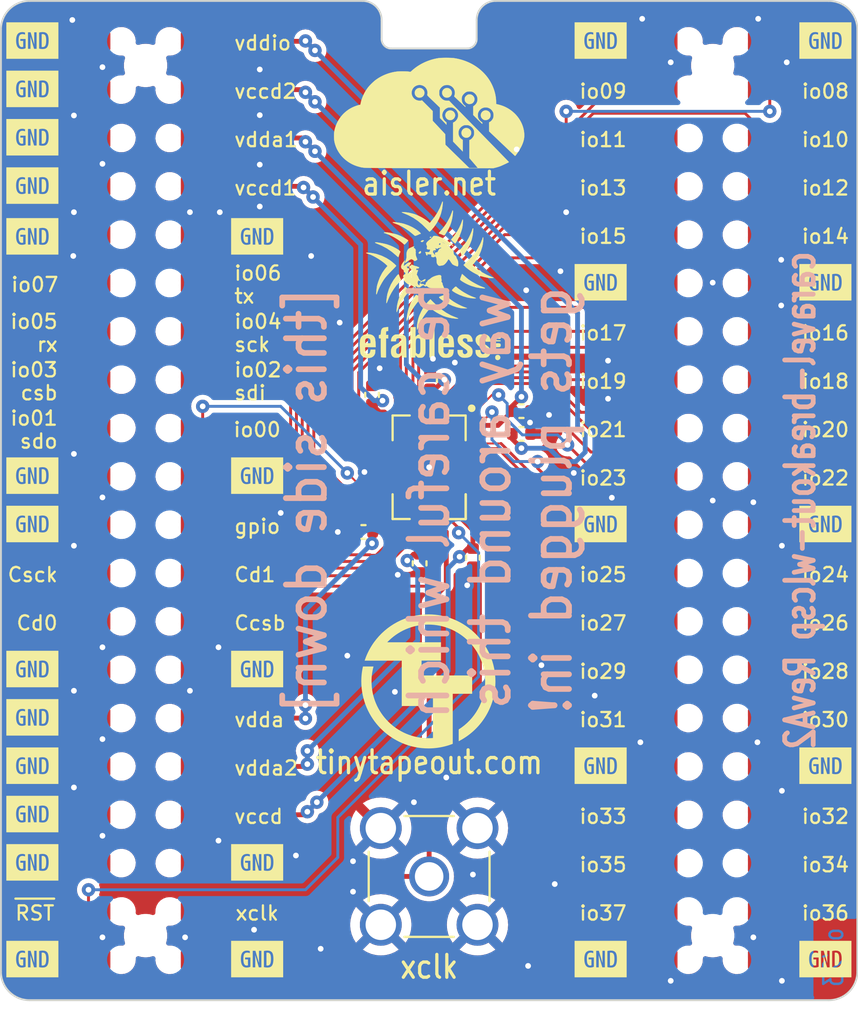
<source format=kicad_pcb>
(kicad_pcb (version 20221018) (generator pcbnew)
  (title_block (title "Caravel WLCSP breakout") (date "2023-06-20"))
  (layers (0 "F.Cu" signal "Front") (31 "B.Cu" signal "Back") (34 "B.Paste" user) (35 "F.Paste" user) (36 "B.SilkS" user "B.Silkscreen") (37 "F.SilkS" user "F.Silkscreen") (38 "B.Mask" user) (39 "F.Mask" user) (44 "Edge.Cuts" user))
  (net 0 "")
  (net 1 "GND")
  (net 2 "vddio")
  (net 3 "vccd2")
  (net 4 "vccd1")
  (net 5 "vdda1")
  (net 6 "vdda2")
  (net 7 "mprj_io[18]")
  (net 8 "mprj_io[17]")
  (net 9 "mprj_io[16]")
  (net 10 "mprj_io[15]")
  (net 11 "mprj_io[14]")
  (net 12 "mprj_io[13]")
  (net 13 "mprj_io[12]")
  (net 14 "mprj_io[11]")
  (net 15 "mprj_io[10]")
  (net 16 "mprj_io[9]")
  (net 17 "mprj_io[8]")
  (net 18 "mprj_io[7]")
  (net 19 "mprj_io[6]_ser_tx")
  (net 20 "mprj_io[5]_ser_rx")
  (net 21 "mprj_io[0]")
  (net 22 "mprj_io[33]")
  (net 23 "mprj_io[32]")
  (net 24 "mprj_io[31]")
  (net 25 "mprj_io[30]")
  (net 26 "mprj_io[29]")
  (net 27 "mprj_io[28]")
  (net 28 "mprj_io[27]")
  (net 29 "mprj_io[26]")
  (net 30 "mprj_io[25]")
  (net 31 "mprj_io[24]")
  (net 32 "mprj_io[23]")
  (net 33 "mprj_io[22]")
  (net 34 "mprj_io[21]")
  (net 35 "mprj_io[20]")
  (net 36 "mprj_io[19]")
  (net 37 "mprj_io[4]_SCK")
  (net 38 "mprj_io[3]_CSB")
  (net 39 "mprj_io[2]_SDI")
  (net 40 "mprj_io[1]_SDO")
  (net 41 "gpio")
  (net 42 "Caravel_D0")
  (net 43 "Caravel_CSB")
  (net 44 "~{RST}")
  (net 45 "Caravel_D1")
  (net 46 "xclk")
  (net 47 "mprj_io[36]")
  (net 48 "mprj_io[37]")
  (net 49 "Caravel_SCK")
  (net 50 "mprj_io[34]")
  (net 51 "mprj_io[35]")
  (net 52 "vdda")
  (net 53 "vccd")
  (footprint "ok-chips:Caravel_WLCSP" (layer "F.Cu") (at 72.65 42.46776)
    (fp_text reference "U1" hide)
    (fp_text value "Caravel")
  )
  (footprint "Capacitor_SMD:C_0402_1005Metric" (layer "F.Cu") (at 77.5 39.51776 180)
    (fp_text reference "C7" hide)
    (fp_text value "0.1uf")
  )
  (footprint "Capacitor_SMD:C_0402_1005Metric" (layer "F.Cu") (at 69.65 38.66776 -90)
    (fp_text reference "C1" hide)
    (fp_text value "0.1uf")
  )
  (footprint "Capacitor_SMD:C_0402_1005Metric" (layer "F.Cu") (at 72.7 37.86776 90)
    (fp_text reference "C2" hide)
    (fp_text value "0.1uf")
  )
  (footprint "Capacitor_SMD:C_0402_1005Metric" (layer "F.Cu") (at 77.5 40.71776 180)
    (fp_text reference "C6" hide)
    (fp_text value "0.1uf")
  )
  (footprint "Capacitor_SMD:C_0402_1005Metric" (layer "F.Cu") (at 74.95 47.21776 90)
    (fp_text reference "C4" hide)
    (fp_text value "0.1uf")
  )
  (footprint "Capacitor_SMD:C_0402_1005Metric" (layer "F.Cu") (at 69.2 45.86776 180)
    (fp_text reference "C3" hide)
    (fp_text value "0.1uf")
  )
  (footprint "Capacitor_SMD:C_0402_1005Metric" (layer "F.Cu") (at 72.15 47.51776 90)
    (fp_text reference "C5" hide)
    (fp_text value "0.1uf")
  )
  (footprint "kibuzzard-6288F08E" (layer "F.Cu") (at 93.472 58.14876)
    (fp_text reference "kibuzzard-6288F08E" hide)
    (fp_text value "G***" hide)
  )
  (footprint "ok-connectors:REF-182665-01" (layer "F.Cu") (at 87.55 44.21776 -90)
    (fp_text reference "CON2" hide)
    (fp_text value "REF-182665-01")
  )
  (footprint "Logos:ef_logo_graphical" (layer "F.Cu") (at 72.65 31.87)
    (fp_text reference "REF**" hide)
    (fp_text value "Logo" hide)
  )
  (footprint "kibuzzard-6288F08E" (layer "F.Cu") (at 63.612 53.06876)
    (fp_text reference "kibuzzard-6288F08E" hide)
    (fp_text value "G***" hide)
  )
  (footprint "kibuzzard-6288F08E" (layer "F.Cu") (at 93.472 45.44876)
    (fp_text reference "kibuzzard-6288F08E" hide)
    (fp_text value "G***" hide)
  )
  (footprint "kibuzzard-6288F08E" (layer "F.Cu") (at 81.661 58.14876)
    (fp_text reference "kibuzzard-6288F08E" hide)
    (fp_text value "G***" hide)
  )
  (footprint "kibuzzard-6288F08E" (layer "F.Cu") (at 81.661 45.44876)
    (fp_text reference "kibuzzard-6288F08E" hide)
    (fp_text value "G***" hide)
  )
  (footprint "kibuzzard-6288F08E" (layer "F.Cu") (at 51.801 68.30876)
    (fp_text reference "kibuzzard-6288F08E" hide)
    (fp_text value "G***" hide)
  )
  (footprint "kibuzzard-6288F08E" (layer "F.Cu") (at 63.612 42.90876)
    (fp_text reference "kibuzzard-6288F08E" hide)
    (fp_text value "G***" hide)
  )
  (footprint "kibuzzard-6288F08E" (layer "F.Cu") (at 51.801 20.04876)
    (fp_text reference "kibuzzard-6288F08E" hide)
    (fp_text value "G***" hide)
  )
  (footprint "kibuzzard-6288F08E" (layer "F.Cu") (at 51.801 42.90876)
    (fp_text reference "kibuzzard-6288F08E" hide)
    (fp_text value "G***" hide)
  )
  (footprint "kibuzzard-6288F08E" (layer "F.Cu") (at 63.612 63.22876)
    (fp_text reference "kibuzzard-6288F08E" hide)
    (fp_text value "G***" hide)
  )
  (footprint "kibuzzard-6288F08E" (layer "F.Cu") (at 51.801 53.06876)
    (fp_text reference "kibuzzard-6288F08E" hide)
    (fp_text value "G***" hide)
  )
  (footprint "kibuzzard-6288F08E" (layer "F.Cu") (at 51.801 30.33576)
    (fp_text reference "kibuzzard-6288F08E" hide)
    (fp_text value "G***" hide)
  )
  (footprint "kibuzzard-6288F08E" (layer "F.Cu") (at 51.801 45.44876)
    (fp_text reference "kibuzzard-6288F08E" hide)
    (fp_text value "G***" hide)
  )
  (footprint "kibuzzard-6288F08E" (layer "F.Cu") (at 93.472 68.30876)
    (fp_text reference "kibuzzard-6288F08E" hide)
    (fp_text value "G***" hide)
  )
  (footprint "kibuzzard-6288F08E" (layer "F.Cu") (at 81.661 20.04876)
    (fp_text reference "kibuzzard-6288F08E" hide)
    (fp_text value "G***" hide)
  )
  (footprint "kibuzzard-6288F08E" (layer "F.Cu") (at 63.612 68.30876)
    (fp_text reference "kibuzzard-6288F08E" hide)
    (fp_text value "G***" hide)
  )
  (footprint "Logos:ef_logo" (layer "F.Cu") (at 72.65 35.97)
    (fp_text reference "REF**" hide)
    (fp_text value "Logo" hide)
  )
  (footprint "kibuzzard-6288F08E" (layer "F.Cu") (at 51.801 63.22876)
    (fp_text reference "kibuzzard-6288F08E" hide)
    (fp_text value "G***" hide)
  )
  (footprint "Logos:aisler_logo_10" (layer "F.Cu") (at 72.859288 26.740909)
    (fp_text reference "REF**" hide)
    (fp_text value "aisler_logo_10")
  )
  (footprint "ok-connectors:TE_5-1814832-2" (layer "F.Cu") (at 72.65 63.96776)
    (fp_text reference "CON3" hide)
    (fp_text value "73251-1352")
  )
  (footprint "kibuzzard-6288F08E" (layer "F.Cu") (at 51.801 58.14876)
    (fp_text reference "kibuzzard-6288F08E" hide)
    (fp_text value "G***" hide)
  )
  (footprint "kibuzzard-6288F08E" (layer "F.Cu") (at 93.472 32.74876)
    (fp_text reference "kibuzzard-6288F08E" hide)
    (fp_text value "G***" hide)
  )
  (footprint "kibuzzard-6288F08E" (layer "F.Cu") (at 51.801 25.12876)
    (fp_text reference "kibuzzard-6288F08E" hide)
    (fp_text value "G***" hide)
  )
  (footprint "Logos:TT_logo" (layer "F.Cu") (at 72.65 53.77)
    (fp_text reference "REF**" hide)
    (fp_text value "TT_logo")
  )
  (footprint "kibuzzard-6288F08E" (layer "F.Cu") (at 51.801 27.66876)
    (fp_text reference "kibuzzard-6288F08E" hide)
    (fp_text value "G***" hide)
  )
  (footprint "kibuzzard-6288F08E" (layer "F.Cu") (at 81.661 32.74876)
    (fp_text reference "kibuzzard-6288F08E" hide)
    (fp_text value "G***" hide)
  )
  (footprint "ok-connectors:REF-182665-01" (layer "F.Cu") (at 57.75 44.21776 -90)
    (fp_text reference "CON1" hide)
    (fp_text value "REF-182665-01")
  )
  (footprint "kibuzzard-6288F08E" (layer "F.Cu") (at 51.801 55.60876)
    (fp_text reference "kibuzzard-6288F08E" hide)
    (fp_text value "G***" hide)
  )
  (footprint "kibuzzard-6288F08E" (layer "F.Cu") (at 63.612 30.33576)
    (fp_text reference "kibuzzard-6288F08E" hide)
    (fp_text value "G***" hide)
  )
  (footprint "kibuzzard-6288F08E" (layer "F.Cu") (at 81.661 68.30876)
    (fp_text reference "kibuzzard-6288F08E" hide)
    (fp_text value "G***" hide)
  )
  (footprint "kibuzzard-6288F08E" (layer "F.Cu") (at 51.801 22.58876)
    (fp_text reference "kibuzzard-6288F08E" hide)
    (fp_text value "G***" hide)
  )
  (footprint "kibuzzard-6288F08E" (layer "F.Cu") (at 51.801 60.68876)
    (fp_text reference "kibuzzard-6288F08E" hide)
    (fp_text value "G***" hide)
  )
  (footprint "kibuzzard-6288F08E" (layer "F.Cu") (at 93.472 20.04876)
    (fp_text reference "kibuzzard-6288F08E" hide)
    (fp_text value "G***" hide)
  )
  (gr_line (start 50.912 65.13376) (end 52.944 65.13376) (stroke (width 0.12)) (layer "F.SilkS"))
  (gr_arc (start 75.15 18.96776) (mid 75.442893 18.260653) (end 76.15 17.96776) (stroke (width 0.1)) (layer "Edge.Cuts"))
  (gr_line (start 51.65 17.96776) (end 69.15 17.96776) (stroke (width 0.1)) (layer "Edge.Cuts"))
  (gr_arc (start 75.15 19.96776) (mid 75.003553 20.321313) (end 74.65 20.46776) (stroke (width 0.1)) (layer "Edge.Cuts"))
  (gr_line (start 75.15 19.96776) (end 75.15 18.96776) (stroke (width 0.1)) (layer "Edge.Cuts"))
  (gr_line (start 70.65 20.46776) (end 74.65 20.46776) (stroke (width 0.1)) (layer "Edge.Cuts"))
  (gr_line (start 76.15 17.96776) (end 93.65 17.96776) (stroke (width 0.1)) (layer "Edge.Cuts"))
  (gr_line (start 93.65 70.46776) (end 51.65 70.46776) (stroke (width 0.1)) (layer "Edge.Cuts"))
  (gr_arc (start 95.15 68.96776) (mid 94.71066 70.02842) (end 93.65 70.46776) (stroke (width 0.1)) (layer "Edge.Cuts"))
  (gr_arc (start 50.15 19.46776) (mid 50.58934 18.4071) (end 51.65 17.96776) (stroke (width 0.1)) (layer "Edge.Cuts"))
  (gr_arc (start 51.65 70.46776) (mid 50.58934 70.02842) (end 50.15 68.96776) (stroke (width 0.1)) (layer "Edge.Cuts"))
  (gr_line (start 50.15 68.96776) (end 50.15 19.46776) (stroke (width 0.1)) (layer "Edge.Cuts"))
  (gr_line (start 95.15 19.46776) (end 95.15 68.96776) (stroke (width 0.1)) (layer "Edge.Cuts"))
  (gr_line (start 70.15 18.96776) (end 70.15 19.96776) (stroke (width 0.1)) (layer "Edge.Cuts"))
  (gr_arc (start 69.15 17.96776) (mid 69.857107 18.260653) (end 70.15 18.96776) (stroke (width 0.1)) (layer "Edge.Cuts"))
  (gr_arc (start 70.65 20.46776) (mid 70.296447 20.321313) (end 70.15 19.96776) (stroke (width 0.1)) (layer "Edge.Cuts"))
  (gr_arc (start 93.65 17.96776) (mid 94.71066 18.4071) (end 95.15 19.46776) (stroke (width 0.1)) (layer "Edge.Cuts"))
  (gr_text "ok'23" (at 93.9 68.21776 90) (layer "B.Cu") (effects (font (size 1 0.75) (thickness 0.127)) (justify mirror)))
  (gr_text "[this side down]\n\nbe careful which\nway around this\ngets plugged in!" (at 72.65 44.21776 90) (layer "B.SilkS") (effects (font (size 2 1.8) (thickness 0.3)) (justify mirror)))
  (gr_text "caravel-breakout-wlcsp RevA2" (at 92.15 44.21776 90) (layer "B.SilkS") (effects (font (size 1.5 1.1) (thickness 0.25)) (justify mirror)))
  (gr_text "vddio" (at 62.342 20.17576) (layer "F.SilkS") (effects (font (size 0.75 0.75) (thickness 0.12)) (justify left)))
  (gr_text "io36" (at 93.472 65.89576) (layer "F.SilkS") (effects (font (size 0.75 0.75) (thickness 0.12))))
  (gr_text "io18" (at 93.472 37.95576) (layer "F.SilkS") (effects (font (size 0.75 0.75) (thickness 0.12))))
  (gr_text "io23" (at 81.788 43.03576) (layer "F.SilkS") (effects (font (size 0.75 0.75) (thickness 0.12))))
  (gr_text "io34" (at 93.472 63.35576) (layer "F.SilkS") (effects (font (size 0.75 0.75) (thickness 0.12))))
  (gr_text "xclk" (at 63.612 65.89576) (layer "F.SilkS") (effects (font (size 0.75 0.75) (thickness 0.12))))
  (gr_text "io04\nsck" (at 62.342 35.41576) (layer "F.SilkS") (effects (font (size 0.75 0.75) (thickness 0.12)) (justify left)))
  (gr_text "io29" (at 81.788 53.19576) (layer "F.SilkS") (effects (font (size 0.75 0.75) (thickness 0.12))))
  (gr_text "gpio" (at 62.342 45.57576) (layer "F.SilkS") (effects (font (size 0.75 0.75) (thickness 0.12)) (justify left)))
  (gr_text "vdda2" (at 62.342 58.27576) (layer "F.SilkS") (effects (font (size 0.75 0.75) (thickness 0.12)) (justify left)))
  (gr_text "io01\nsdo" (at 53.198 40.49576) (layer "F.SilkS") (effects (font (size 0.75 0.75) (thickness 0.12)) (justify right)))
  (gr_text "io37" (at 81.788 65.89576) (layer "F.SilkS") (effects (font (size 0.75 0.75) (thickness 0.12))))
  (gr_text "io25" (at 81.788 48.11576) (layer "F.SilkS") (effects (font (size 0.75 0.75) (thickness 0.12))))
  (gr_text "io21" (at 81.788 40.49576) (layer "F.SilkS") (effects (font (size 0.75 0.75) (thickness 0.12))))
  (gr_text "vdda1" (at 62.342 25.25576) (layer "F.SilkS") (effects (font (size 0.75 0.75) (thickness 0.12)) (justify left)))
  (gr_text "vccd1" (at 62.342 27.79576) (layer "F.SilkS") (effects (font (size 0.75 0.75) (thickness 0.12)) (justify left)))
  (gr_text "vccd2" (at 62.342 22.71576) (layer "F.SilkS") (effects (font (size 0.75 0.75) (thickness 0.12)) (justify left)))
  (gr_text "aisler.net" (at 72.65 28.27) (layer "F.SilkS") (effects (font (size 1.2 1) (thickness 0.17) bold) (justify bottom)))
  (gr_text "Cd1" (at 62.342 48.11576) (layer "F.SilkS") (effects (font (size 0.75 0.75) (thickness 0.12)) (justify left)))
  (gr_text "RST" (at 51.928 65.89576) (layer "F.SilkS") (effects (font (size 0.75 0.75) (thickness 0.12))))
  (gr_text "io08" (at 93.472 22.71576) (layer "F.SilkS") (effects (font (size 0.75 0.75) (thickness 0.12))))
  (gr_text "io35" (at 81.788 63.35576) (layer "F.SilkS") (effects (font (size 0.75 0.75) (thickness 0.12))))
  (gr_text "io14" (at 93.472 30.33576) (layer "F.SilkS") (effects (font (size 0.75 0.75) (thickness 0.12))))
  (gr_text "xclk" (at 72.65 68.71776) (layer "F.SilkS") (effects (font (size 1.2 1) (thickness 0.17))))
  (gr_text "io27" (at 81.788 50.65576) (layer "F.SilkS") (effects (font (size 0.75 0.75) (thickness 0.12))))
  (gr_text "io10" (at 93.472 25.25576) (layer "F.SilkS") (effects (font (size 0.75 0.75) (thickness 0.12))))
  (gr_text "io31" (at 81.788 55.73576) (layer "F.SilkS") (effects (font (size 0.75 0.75) (thickness 0.12))))
  (gr_text "io26" (at 93.472 50.65576) (layer "F.SilkS") (effects (font (size 0.75 0.75) (thickness 0.12))))
  (gr_text "io22" (at 93.472 43.03576) (layer "F.SilkS") (effects (font (size 0.75 0.75) (thickness 0.12))))
  (gr_text "vdda" (at 62.342 55.73576) (layer "F.SilkS") (effects (font (size 0.75 0.75) (thickness 0.12)) (justify left)))
  (gr_text "io24" (at 93.472 48.11576) (layer "F.SilkS") (effects (font (size 0.75 0.75) (thickness 0.12))))
  (gr_text "io12" (at 93.472 27.79576) (layer "F.SilkS") (effects (font (size 0.75 0.75) (thickness 0.12))))
  (gr_text "io02\nsdi" (at 62.342 37.95576) (layer "F.SilkS") (effects (font (size 0.75 0.75) (thickness 0.12)) (justify left)))
  (gr_text "Cd0" (at 53.198 50.65576) (layer "F.SilkS") (effects (font (size 0.75 0.75) (thickness 0.12)) (justify right)))
  (gr_text "io17" (at 81.788 35.41576) (layer "F.SilkS") (effects (font (size 0.75 0.75) (thickness 0.12))))
  (gr_text "io15" (at 81.788 30.33576) (layer "F.SilkS") (effects (font (size 0.75 0.75) (thickness 0.12))))
  (gr_text "Csck" (at 53.198 48.11576) (layer "F.SilkS") (effects (font (size 0.75 0.75) (thickness 0.12)) (justify right)))
  (gr_text "io32" (at 93.472 60.81576) (layer "F.SilkS") (effects (font (size 0.75 0.75) (thickness 0.12))))
  (gr_text "io06\ntx" (at 62.342 32.87576) (layer "F.SilkS") (effects (font (size 0.75 0.75) (thickness 0.12)) (justify left)))
  (gr_text "io30" (at 93.472 55.73576) (layer "F.SilkS") (effects (font (size 0.75 0.75) (thickness 0.12))))
  (gr_text "Ccsb" (at 62.342 50.65576) (layer "F.SilkS") (effects (font (size 0.75 0.75) (thickness 0.12)) (justify left)))
  (gr_text "vccd" (at 62.342 60.81576) (layer "F.SilkS") (effects (font (size 0.75 0.75) (thickness 0.12)) (justify left)))
  (gr_text "io07" (at 51.928 32.87576) (layer "F.SilkS") (effects (font (size 0.75 0.75) (thickness 0.12))))
  (gr_text "io13" (at 81.788 27.79576) (layer "F.SilkS") (effects (font (size 0.75 0.75) (thickness 0.12))))
  (gr_text "io19" (at 81.788 37.95576) (layer "F.SilkS") (effects (font (size 0.75 0.75) (thickness 0.12))))
  (gr_text "io09" (at 81.788 22.71576) (layer "F.SilkS") (effects (font (size 0.75 0.75) (thickness 0.12))))
  (gr_text "io28" (at 93.472 53.19576) (layer "F.SilkS") (effects (font (size 0.75 0.75) (thickness 0.12))))
  (gr_text "io16" (at 93.472 35.41576) (layer "F.SilkS") (effects (font (size 0.75 0.75) (thickness 0.12))))
  (gr_text "io00" (at 63.612 40.49576) (layer "F.SilkS") (effects (font (size 0.75 0.75) (thickness 0.12))))
  (gr_text "io03\ncsb" (at 53.198 37.95576) (layer "F.SilkS") (effects (font (size 0.75 0.75) (thickness 0.12)) (justify right)))
  (gr_text "io20" (at 93.472 40.49576) (layer "F.SilkS") (effects (font (size 0.75 0.75) (thickness 0.12))))
  (gr_text "io05\nrx" (at 53.198 35.41576) (layer "F.SilkS") (effects (font (size 0.75 0.75) (thickness 0.12)) (justify right)))
  (gr_text "io11" (at 81.788 25.25576) (layer "F.SilkS") (effects (font (size 0.75 0.75) (thickness 0.12))))
  (gr_text "io33" (at 81.788 60.81576) (layer "F.SilkS") (effects (font (size 0.75 0.75) (thickness 0.12))))
  (gr_text "tinytapeout.com" (at 72.65 57.97) (layer "F.SilkS") (effects (font (size 1.2 1) (thickness 0.17))))
  (segment (start 73.8 36.76776) (end 74 36.96776) (width 0.254) (layer "F.Cu") (net 1))
  (segment (start 72.9 42.71776) (end 72.8405 42.65826) (width 0.1016) (layer "F.Cu") (net 1))
  (segment (start 72.85 36.76776) (end 73.8 36.76776) (width 0.254) (layer "F.Cu") (net 1))
  (segment (start 72.7 36.91776) (end 72.85 36.76776) (width 0.254) (layer "F.Cu") (net 1))
  (segment (start 69.25 42.71776) (end 71.4 42.71776) (width 0.1524) (layer "F.Cu") (net 1))
  (segment (start 72.647401 41.970359) (end 72.4 42.21776) (width 0.1016) (layer "F.Cu") (net 1))
  (segment (start 72.7 37.38776) (end 72.7 36.91776) (width 0.254) (layer "F.Cu") (net 1))
  (segment (start 72.65 42.46776) (end 72.9 42.21776) (width 0.1524) (layer "F.Cu") (net 1))
  (segment (start 72.65 42.46776) (end 72.8405 42.65826) (width 0.1524) (layer "F.Cu") (net 1))
  (segment (start 69.65 37.66776) (end 70.05 37.26776) (width 0.254) (layer "F.Cu") (net 1))
  (segment (start 69.65 38.18776) (end 69.65 37.66776) (width 0.254) (layer "F.Cu") (net 1))
  (segment (start 73.002698 41.467) (end 72.79732 41.467) (width 0.1016) (layer "F.Cu") (net 1))
  (segment (start 72.65 42.46776) (end 72.4 42.21776) (width 0.1524) (layer "F.Cu") (net 1))
  (segment (start 72.65 42.46776) (end 72.4 42.71776) (width 0.1524) (layer "F.Cu") (net 1))
  (segment (start 72.4 42.71776) (end 71.4 42.71776) (width 0.1524) (layer "F.Cu") (net 1))
  (segment (start 73.4 41.21776) (end 73.251938 41.21776) (width 0.1016) (layer "F.Cu") (net 1))
  (segment (start 73.4 43.21776) (end 72.9 42.71776) (width 0.1524) (layer "F.Cu") (net 1))
  (segment (start 72.647401 41.616919) (end 72.647401 41.970359) (width 0.1016) (layer "F.Cu") (net 1))
  (segment (start 72.79732 41.467) (end 72.647401 41.616919) (width 0.1016) (layer "F.Cu") (net 1))
  (segment (start 73.251938 41.21776) (end 73.002698 41.467) (width 0.1016) (layer "F.Cu") (net 1))
  (via (at 68.65 63.16776) (size 0.7) (drill 0.3) (layers "F.Cu" "B.Cu") (net 1))
  (via (at 81.35 54.46776) (size 0.7) (drill 0.3) (layers "F.Cu" "B.Cu") (net 1))
  (via (at 77.75 33.16776) (size 0.7) (drill 0.3) (layers "F.Cu" "B.Cu") (net 1))
  (via (at 67.95 34.86776) (size 0.7) (drill 0.3) (layers "F.Cu" "B.Cu") (net 1))
  (via (at 53.984 54.21176) (size 0.7) (drill 0.3) (layers "F.Cu" "B.Cu") (net 1))
  (via (at 55.484 21.44576) (size 0.7) (drill 0.3) (layers "F.Cu" "B.Cu") (net 1))
  (via (at 68.65 64.76776) (size 0.7) (drill 0.3) (layers "F.Cu" "B.Cu") (net 1))
  (via (at 80.25 42.76776) (size 0.7) (drill 0.3) (layers "F.Cu" "B.Cu") (net 1))
  (via (at 55.484 51.92576) (size 0.7) (drill 0.3) (layers "F.Cu" "B.Cu") (net 1))
  (via (at 82.25 44.06776) (size 0.7) (drill 0.3) (layers "F.Cu" "B.Cu") (net 1))
  (via (at 59.826 67.16576) (size 0.7) (drill 0.3) (layers "F.Cu" "B.Cu") (net 1))
  (via (at 89.94 18.90576) (size 0.7) (drill 0.3) (layers "F.Cu" "B.Cu") (net 1))
  (via (at 91.186 59.46776) (size 0.7) (drill 0.3) (layers "F.Cu" "B.Cu") (net 1))
  (via (at 63.75 28.76776) (size 0.7) (drill 0.3) (layers "F.Cu" "B.Cu") (net 1))
  (via (at 83.75 56.91776) (size 0.7) (drill 0.3) (layers "F.Cu" "B.Cu") (net 1))
  (via (at 71.85 60.06776) (size 0.7) (drill 0.3) (layers "F.Cu" "B.Cu") (net 1))
  (via (at 70.05 37.26776) (size 0.7) (drill 0.3) (layers "F.Cu" "B.Cu") (net 1))
  (via (at 66.95 67.76776) (size 0.7) (drill 0.3) (layers "F.Cu" "B.Cu") (net 1))
  (via (at 91.44 21.19176) (size 0.7) (drill 0.3) (layers "F.Cu" "B.Cu") (net 1))
  (via (at 89.686 44.30576) (size 0.7) (drill 0.3) (layers "F.Cu" "B.Cu") (net 1))
  (via (at 67.85 45.86776) (size 0.7) (drill 0.3) (layers "F.Cu" "B.Cu") (net 1))
  (via (at 61.58 62.08576) (size 0.7) (drill 0.3) (layers "F.Cu" "B.Cu") (net 1))
  (via (at 53.984 59.29176) (size 0.7) (drill 0.3) (layers "F.Cu" "B.Cu") (net 1))
  (via (at 64.85 44.86776) (size 0.7) (drill 0.3) (layers "F.Cu" "B.Cu") (net 1))
  (via (at 53.9 18.96776) (size 0.7) (drill 0.3) (layers "F.Cu" "B.Cu") (net 1))
  (via (at 63.75 23.96776) (size 0.7) (drill 0.3) (layers "F.Cu" "B.Cu") (net 1))
  (via (at 55.484 44.05176) (size 0.7) (drill 0.3) (layers "F.Cu" "B.Cu") (net 1))
  (via (at 55.484 61.83176) (size 0.7) (drill 0.3) (layers "F.Cu" "B.Cu") (net 1))
  (via (at 82.05 38.86776) (size 0.7) (drill 0.3) (layers "F.Cu" "B.Cu") (net 1))
  (via (at 55.484 67.16576) (size 0.7) (drill 0.3) (layers "F.Cu" "B.Cu") (net 1))
  (via (at 91.186 46.59176) (size 0.7) (drill 0.3) (layers "F.Cu" "B.Cu") (net 1))
  (via (at 89.9 56.91776) (size 0.7) (drill 0.3) (layers "F.Cu" "B.Cu") (net 1))
  (via (at 73.55 58.76776) (size 0.7) (drill 0.3) (layers "F.Cu" "B.Cu") (net 1))
  (via (at 61.65 29.06776) (size 0.7) (drill 0.3) (layers "F.Cu" "B.Cu") (net 1))
  (via (at 60.08 54.21176) (size 0.7) (drill 0.3) (layers "F.Cu" "B.Cu") (net 1))
  (via (at 66.45 31.36776) (size 0.7) (drill 0.3) (layers "F.Cu" "B.Cu") (net 1))
  (via (at 91.15 31.56776) (size 0.7) (drill 0.3) (layers "F.Cu" "B.Cu") (net 1))
  (via (at 63.75 21.56776) (size 0.7) (drill 0.3) (layers "F.Cu" "B.Cu") (net 1))
  (via (at 53.984 29.06576) (size 0.7) (drill 0.3) (layers "F.Cu" "B.Cu") (net 1))
  (via (at 91.186 69.45176) (size 0.7) (drill 0.3) (layers "F.Cu" "B.Cu") (net 1))
  (via (at 55.484 56.75176) (size 0.7) (drill 0.3) (layers "F.Cu" "B.Cu") (net 1))
  (via (at 91.15 33.96776) (size 0.7) (drill 0.3) (layers "F.Cu" "B.Cu") (net 1))
  (via (at 79.55 32.16776) (size 0.7) (drill 0.3) (layers "F.Cu" "B.Cu") (net 1))
  (via (at 72.85 36.76776) (size 0.7) (drill 0.3) (layers "F.Cu" "B.Cu") (net 1))
  (via (at 61.58 51.92576) (size 0.7) (drill 0.3) (layers "F.Cu" "B.Cu") (net 1))
  (via (at 68.35 52.36776) (size 0.7) (drill 0.3) (layers "F.Cu" "B.Cu") (net 1))
  (via (at 85.344 69.45176) (size 0.7) (drill 0.3) (layers "F.Cu" "B.Cu") (net 1))
  (via (at 77.25 25.76776) (size 0.7) (drill 0.3) (layers "F.Cu" "B.Cu") (net 1))
  (via (at 53.984 41.76576) (size 0.7) (drill 0.3) (layers "F.Cu" "B.Cu") (net 1))
  (via (at 53.984 46.59176) (size 0.7) (drill 0.3) (layers "F.Cu" "B.Cu") (net 1))
  (via (at 70.85 54.26776) (size 0.7) (drill 0.3) (layers "F.Cu" "B.Cu") (net 1))
  (via (at 63.45 66.76776) (size 0.7) (drill 0.3) (layers "F.Cu" "B.Cu") (net 1))
  (via (at 72.65 42.46776) (size 0.7) (drill 0.3) (layers "F.Cu" "B.Cu") (net 1))
  (via (at 85.344 21.19176) (size 0.7) (drill 0.3) (layers "F.Cu" "B.Cu") (net 1))
  (via (at 89.686 67.16576) (size 0.7) (drill 0.3) (layers "F.Cu" "B.Cu") (net 1))
  (via (at 87.55 44.21776) (size 0.7) (drill 0.3) (layers "F.Cu" "B.Cu") (net 1))
  (via (at 77.85 68.66776) (size 0.7) (drill 0.3) (layers "F.Cu" "B.Cu") (net 1))
  (via (at 74.95 63.86776) (size 0.7) (drill 0.3) (layers "F.Cu" "B.Cu") (net 1))
  (via (at 78.95 39.71776) (size 0.7) (drill 0.3) (layers "F.Cu" "B.Cu") (net 1))
  (via (at 53.95 31.36776) (size 0.7) (drill 0.3) (layers "F.Cu" "B.Cu") (net 1))
  (via (at 79.25 64.36776) (size 0.7) (drill 0.3) (layers "F.Cu" "B.Cu") (net 1))
  (via (at 63.75 26.56776) (size 0.7) (drill 0.3) (layers "F.Cu" "B.Cu") (net 1))
  (via (at 53.984 23.98576) (size 0.7) (drill 0.3) (layers "F.Cu" "B.Cu") (net 1))
  (via (at 71 48.11776) (size 0.7) (drill 0.3) (layers "F.Cu" "B.Cu") (net 1))
  (via (at 87.55 32.76776) (size 0.7) (drill 0.3) (layers "F.Cu" "B.Cu") (net 1))
  (via (at 65.65 62.86776) (size 0.7) (drill 0.3) (layers "F.Cu" "B.Cu") (net 1))
  (via (at 79.85 29.06776) (size 0.7) (drill 0.3) (layers "F.Cu" "B.Cu") (net 1))
  (via (at 74.65 48.66776) (size 0.7) (drill 0.3) (layers "F.Cu" "B.Cu") (net 1))
  (via (at 77.95 40.11776) (size 0.7) (drill 0.3) (layers "F.Cu" "B.Cu") (net 1))
  (via (at 74 36.96776) (size 0.7) (drill 0.3) (layers "F.Cu" "B.Cu") (net 1))
  (via (at 55.484 26.52576) (size 0.7) (drill 0.3) (layers "F.Cu" "B.Cu") (net 1))
  (via (at 60.08 29.06576) (size 0.7) (drill 0.3) (layers "F.Cu" "B.Cu") (net 1))
  (via (at 82.05 36.86776) (size 0.7) (drill 0.3) (layers "F.Cu" "B.Cu") (net 1))
  (via (at 69.25 42.71776) (size 0.7) (drill 0.3) (layers "F.Cu" "B.Cu") (net 1))
  (via (at 83.844 18.90576) (size 0.7) (drill 0.3) (layers "F.Cu" "B.Cu") (net 1))
  (via (at 78.55 52.86776) (size 0.7) (drill 0.3) (layers "F.Cu" "B.Cu") (net 1))
  (segment (start 73.647401 41.322676) (end 73.504916 41.465161) (width 0.1016) (layer "F.Cu") (net 2))
  (segment (start 73.291919 41.465161) (end 73.03932 41.71776) (width 0.1016) (layer "F.Cu") (net 2))
  (segment (start 77.02 40.71776) (end 77.02 40.98776) (width 0.254) (layer "F.Cu") (net 2))
  (segment (start 60.75 20.08776) (end 66.17 20.08776) (width 0.254) (layer "F.Cu") (net 2))
  (segment (start 74.95 40.81776) (end 74.802599 40.965161) (width 0.1016) (layer "F.Cu") (net 2))
  (segment (start 73.647401 41.109677) (end 73.647401 41.322676) (width 0.1016) (layer "F.Cu") (net 2))
  (segment (start 74.802599 40.965161) (end 73.791917 40.965161) (width 0.1016) (layer "F.Cu") (net 2))
  (segment (start 75 40.76776) (end 76.97 40.76776) (width 0.254) (layer "F.Cu") (net 2))
  (segment (start 73.03932 41.71776) (end 72.9 41.71776) (width 0.1016) (layer "F.Cu") (net 2))
  (segment (start 76.97 40.76776) (end 77.02 40.71776) (width 0.254) (layer "F.Cu") (net 2))
  (segment (start 74.95 40.81776) (end 75 40.76776) (width 0.254) (layer "F.Cu") (net 2))
  (segment (start 73.504916 41.465161) (end 73.291919 41.465161) (width 0.1016) (layer "F.Cu") (net 2))
  (segment (start 77.02 40.98776) (end 77.5 41.46776) (width 0.254) (layer "F.Cu") (net 2))
  (segment (start 73.791917 40.965161) (end 73.647401 41.109677) (width 0.1016) (layer "F.Cu") (net 2))
  (segment (start 66.17 20.08776) (end 66.65 20.56776) (width 0.254) (layer "F.Cu") (net 2))
  (via (at 66.15 20.06776) (size 0.7) (drill 0.3) (layers "F.Cu" "B.Cu") (net 2))
  (via (at 77.5 41.46776) (size 0.7) (drill 0.3) (layers "F.Cu" "B.Cu") (net 2))
  (via (at 66.65 20.56776) (size 0.7) (drill 0.3) (layers "F.Cu" "B.Cu") (net 2))
  (segment (start 78.95 41.46776) (end 77.5 41.46776) (width 0.254) (layer "B.Cu") (net 2))
  (segment (start 80.45 34.36776) (end 80.45 40.36776) (width 0.254) (layer "B.Cu") (net 2))
  (segment (start 80.85 41.66776) (end 80.35 42.16776) (width 0.254) (layer "B.Cu") (net 2))
  (segment (start 80.45 40.36776) (end 80.85 40.76776) (width 0.254) (layer "B.Cu") (net 2))
  (segment (start 80.85 40.76776) (end 80.85 41.66776) (width 0.254) (layer "B.Cu") (net 2))
  (segment (start 80.35 42.16776) (end 79.65 42.16776) (width 0.254) (layer "B.Cu") (net 2))
  (segment (start 79.65 42.16776) (end 78.95 41.46776) (width 0.254) (layer "B.Cu") (net 2))
  (segment (start 66.15 20.06776) (end 80.45 34.36776) (width 0.254) (layer "B.Cu") (net 2))
  (segment (start 76.27 40.26776) (end 75 40.26776) (width 0.254) (layer "F.Cu") (net 3))
  (segment (start 66.01 22.62776) (end 66.65 23.26776) (width 0.254) (layer "F.Cu") (net 3))
  (segment (start 74.55 40.71776) (end 74.95 40.31776) (width 0.1016) (layer "F.Cu") (net 3))
  (segment (start 75 40.26776) (end 74.95 40.31776) (width 0.254) (layer "F.Cu") (net 3))
  (segment (start 60.75 22.62776) (end 66.01 22.62776) (width 0.254) (layer "F.Cu") (net 3))
  (segment (start 77.02 39.51776) (end 76.27 40.26776) (width 0.254) (layer "F.Cu") (net 3))
  (segment (start 77.02 39.24776) (end 77.5 38.76776) (width 0.254) (layer "F.Cu") (net 3))
  (segment (start 73.9 40.71776) (end 74.55 40.71776) (width 0.1016) (layer "F.Cu") (net 3))
  (segment (start 77.02 39.51776) (end 77.02 39.24776) (width 0.254) (layer "F.Cu") (net 3))
  (via (at 66.65 23.26776) (size 0.7) (drill 0.3) (layers "F.Cu" "B.Cu") (net 3))
  (via (at 77.5 38.76776) (size 0.7) (drill 0.3) (layers "F.Cu" "B.Cu") (net 3))
  (via (at 66.15 22.76776) (size 0.7) (drill 0.3) (layers "F.Cu" "B.Cu") (net 3))
  (segment (start 77.5 34.11776) (end 66.15 22.76776) (width 0.254) (layer "B.Cu") (net 3))
  (segment (start 77.5 38.76776) (end 77.5 34.11776) (width 0.254) (layer "B.Cu") (net 3))
  (segment (start 70.3 39.56776) (end 70.05 39.56776) (width 0.254) (layer "F.Cu") (net 4))
  (segment (start 69.83 38.96776) (end 69.65 39.14776) (width 0.254) (layer "F.Cu") (net 4))
  (segment (start 60.75 27.70776) (end 65.99 27.70776) (width 0.254) (layer "F.Cu") (net 4))
  (segment (start 70.9 40.16776) (end 70.9 40.21776) (width 0.1016) (layer "F.Cu") (net 4))
  (segment (start 70.2 38.96776) (end 69.83 38.96776) (width 0.254) (layer "F.Cu") (net 4))
  (segment (start 65.99 27.70776) (end 66.55 28.26776) (width 0.254) (layer "F.Cu") (net 4))
  (segment (start 70.9 40.21776) (end 71.4 40.71776) (width 0.1016) (layer "F.Cu") (net 4))
  (segment (start 70.05 39.56776) (end 69.65 39.16776) (width 0.254) (layer "F.Cu") (net 4))
  (segment (start 69.65 39.16776) (end 69.65 39.14776) (width 0.254) (layer "F.Cu") (net 4))
  (segment (start 70.9 40.16776) (end 70.3 39.56776) (width 0.254) (layer "F.Cu") (net 4))
  (via (at 70.2 38.96776) (size 0.7) (drill 0.3) (layers "F.Cu" "B.Cu") (net 4))
  (via (at 66.55 28.26776) (size 0.7) (drill 0.3) (layers "F.Cu" "B.Cu") (net 4))
  (via (at 66.05 27.76776) (size 0.7) (drill 0.3) (layers "F.Cu" "B.Cu") (net 4))
  (segment (start 69.75 38.96776) (end 69.05 38.26776) (width 0.254) (layer "B.Cu") (net 4))
  (segment (start 70.2 38.96776) (end 69.75 38.96776) (width 0.254) (layer "B.Cu") (net 4))
  (segment (start 69.05 30.76776) (end 66.05 27.76776) (width 0.254) (layer "B.Cu") (net 4))
  (segment (start 69.05 38.26776) (end 69.05 30.76776) (width 0.254) (layer "B.Cu") (net 4))
  (segment (start 72.65 39.06776) (end 72.65 39.561582) (width 0.1016) (layer "F.Cu") (net 5))
  (segment (start 72.4 41.576937) (end 72.4 41.71776) (width 0.1016) (layer "F.Cu") (net 5))
  (segment (start 72.646911 41.330026) (end 72.4 41.576937) (width 0.1016) (layer "F.Cu") (net 5))
  (segment (start 72.646911 39.564671) (end 72.646911 41.330026) (width 0.1016) (layer "F.Cu") (net 5))
  (segment (start 72.65 39.06776) (end 72.65 38.39776) (width 0.254) (layer "F.Cu") (net 5))
  (segment (start 72.65 39.561582) (end 72.646911 39.564671) (width 0.1016) (layer "F.Cu") (net 5))
  (segment (start 72.97 38.34776) (end 72.7 38.34776) (width 0.254) (layer "F.Cu") (net 5))
  (segment (start 72.65 38.39776) (end 72.7 38.34776) (width 0.254) (layer "F.Cu") (net 5))
  (segment (start 73.45 37.86776) (end 72.97 38.34776) (width 0.254) (layer "F.Cu") (net 5))
  (segment (start 65.95 25.16776) (end 66.65 25.86776) (width 0.254) (layer "F.Cu") (net 5))
  (segment (start 60.75 25.16776) (end 65.95 25.16776) (width 0.254) (layer "F.Cu") (net 5))
  (via (at 73.45 37.86776) (size 0.7) (drill 0.3) (layers "F.Cu" "B.Cu") (net 5))
  (via (at 66.15 25.36776) (size 0.7) (drill 0.3) (layers "F.Cu" "B.Cu") (net 5))
  (via (at 66.65 25.86776) (size 0.7) (drill 0.3) (layers "F.Cu" "B.Cu") (net 5))
  (segment (start 71.45 37.06776) (end 71.45 30.66776) (width 0.254) (layer "B.Cu") (net 5))
  (segment (start 73.45 37.86776) (end 72.25 37.86776) (width 0.254) (layer "B.Cu") (net 5))
  (segment (start 71.45 30.66776) (end 66.15 25.36776) (width 0.254) (layer "B.Cu") (net 5))
  (segment (start 72.25 37.86776) (end 71.45 37.06776) (width 0.254) (layer "B.Cu") (net 5))
  (segment (start 72.652599 43.465161) (end 72.652599 45.765161) (width 0.1016) (layer "F.Cu") (net 6))
  (segment (start 72.15 47.03776) (end 71.83 47.03776) (width 0.254) (layer "F.Cu") (net 6))
  (segment (start 72.15 46.73776) (end 72.15 46.26776) (width 0.254) (layer "F.Cu") (net 6))
  (segment (start 72.15 46.26776) (end 72.65 45.76776) (width 0.254) (layer "F.Cu") (net 6))
  (segment (start 66.13 58.18776) (end 60.75 58.18776) (width 0.254) (layer "F.Cu") (net 6))
  (segment (start 72.9 43.21776) (end 72.652599 43.465161) (width 0.1016) (layer "F.Cu") (net 6))
  (segment (start 66.25 58.06776) (end 66.13 58.18776) (width 0.254) (layer "F.Cu") (net 6))
  (segment (start 71.83 47.03776) (end 71.5 47.36776) (width 0.254) (layer "F.Cu") (net 6))
  (segment (start 66.25 57.36776) (end 66.25 58.06776) (width 0.254) (layer "F.Cu") (net 6))
  (segment (start 72.652599 45.765161) (end 72.65 45.76776) (width 0.1016) (layer "F.Cu") (net 6))
  (via (at 66.25 58.06776) (size 0.7) (drill 0.3) (layers "F.Cu" "B.Cu") (net 6))
  (via (at 66.25 57.36776) (size 0.7) (drill 0.3) (layers "F.Cu" "B.Cu") (net 6))
  (via (at 71.5 47.36776) (size 0.7) (drill 0.3) (layers "F.Cu" "B.Cu") (net 6))
  (segment (start 72.05 51.56776) (end 72.05 47.91776) (width 0.254) (layer "B.Cu") (net 6))
  (segment (start 66.25 57.36776) (end 72.05 51.56776) (width 0.254) (layer "B.Cu") (net 6))
  (segment (start 66.25 58.06776) (end 66.25 57.36776) (width 0.254) (layer "B.Cu") (net 6))
  (segment (start 72.05 47.91776) (end 71.5 47.36776) (width 0.254) (layer "B.Cu") (net 6))
  (segment (start 83.25 36.66776) (end 89.35 36.66776) (width 0.1524) (layer "F.Cu") (net 7))
  (segment (start 72.1 36.49276) (end 72.425 36.16776) (width 0.1524) (layer "F.Cu") (net 7))
  (segment (start 72.4 39.21776) (end 72.4 40.21776) (width 0.1016) (layer "F.Cu") (net 7))
  (segment (start 89.35 36.66776) (end 90.55 37.86776) (width 0.1524) (layer "F.Cu") (net 7))
  (segment (start 72.425 36.16776) (end 82.75 36.16776) (width 0.1524) (layer "F.Cu") (net 7))
  (segment (start 72.1 38.91776) (end 72.4 39.21776) (width 0.1016) (layer "F.Cu") (net 7))
  (segment (start 82.75 36.16776) (end 83.25 36.66776) (width 0.1524) (layer "F.Cu") (net 7))
  (segment (start 72.1 38.81776) (end 72.1 38.91776) (width 0.1016) (layer "F.Cu") (net 7))
  (segment (start 72.1 38.81776) (end 72.1 36.49276) (width 0.1524) (layer "F.Cu") (net 7))
  (segment (start 71.8 38.71776) (end 71.8 39.01776) (width 0.1016) (layer "F.Cu") (net 8))
  (segment (start 71.8 39.01776) (end 72.15 39.36776) (width 0.1016) (layer "F.Cu") (net 8))
  (segment (start 71.8 36.361708) (end 72.833948 35.32776) (width 0.1524) (layer "F.Cu") (net 8))
  (segment (start 72.147401 40.465161) (end 72.4 40.71776) (width 0.1016) (layer "F.Cu") (net 8))
  (segment (start 71.8 38.71776) (end 71.8 36.361708) (width 0.1524) (layer "F.Cu") (net 8))
  (segment (start 72.833948 35.32776) (end 84.55 35.32776) (width 0.1524) (layer "F.Cu") (net 8))
  (segment (start 72.15 40.462562) (end 72.147401 40.465161) (width 0.1016) (layer "F.Cu") (net 8))
  (segment (start 72.15 39.36776) (end 72.15 40.462562) (width 0.1016) (layer "F.Cu") (net 8))
  (segment (start 71.45 38.81776) (end 71.45 36.280656) (width 0.1524) (layer "F.Cu") (net 9))
  (segment (start 71.45 36.280656) (end 73.662896 34.06776) (width 0.1524) (layer "F.Cu") (net 9))
  (segment (start 73.662896 34.06776) (end 89.29 34.06776) (width 0.1524) (layer "F.Cu") (net 9))
  (segment (start 71.9 39.51776) (end 71.9 40.21776) (width 0.1016) (layer "F.Cu") (net 9))
  (segment (start 71.45 38.81776) (end 71.45 39.06776) (width 0.1016) (layer "F.Cu") (net 9))
  (segment (start 89.29 34.06776) (end 90.55 35.32776) (width 0.1524) (layer "F.Cu") (net 9))
  (segment (start 71.45 39.06776) (end 71.9 39.51776) (width 0.1016) (layer "F.Cu") (net 9))
  (segment (start 70.85 38.82736) (end 70.85 39.36776) (width 0.1016) (layer "F.Cu") (net 10))
  (segment (start 70.8404 38.81776) (end 70.8404 36.028152) (width 0.1524) (layer "F.Cu") (net 10))
  (segment (start 70.8404 38.81776) (end 70.85 38.82736) (width 0.1016) (layer "F.Cu") (net 10))
  (segment (start 71.4 39.91776) (end 71.4 40.21776) (width 0.1016) (layer "F.Cu") (net 10))
  (segment (start 76.620792 30.24776) (end 84.55 30.24776) (width 0.1524) (layer "F.Cu") (net 10))
  (segment (start 70.8404 36.028152) (end 76.620792 30.24776) (width 0.1524) (layer "F.Cu") (net 10))
  (segment (start 70.85 39.36776) (end 71.4 39.91776) (width 0.1016) (layer "F.Cu") (net 10))
  (segment (start 71.1452 38.66776) (end 71.15 38.67256) (width 0.1016) (layer "F.Cu") (net 11))
  (segment (start 71.15 39.19276) (end 71.65 39.69276) (width 0.1016) (layer "F.Cu") (net 11))
  (segment (start 71.65 40.46776) (end 71.9 40.71776) (width 0.1016) (layer "F.Cu") (net 11))
  (segment (start 71.65 39.69276) (end 71.65 40.46776) (width 0.1016) (layer "F.Cu") (net 11))
  (segment (start 71.1452 36.154404) (end 75.831844 31.46776) (width 0.1524) (layer "F.Cu") (net 11))
  (segment (start 89.33 31.46776) (end 90.55 30.24776) (width 0.1524) (layer "F.Cu") (net 11))
  (segment (start 71.15 38.67256) (end 71.15 39.19276) (width 0.1016) (layer "F.Cu") (net 11))
  (segment (start 75.831844 31.46776) (end 89.33 31.46776) (width 0.1524) (layer "F.Cu") (net 11))
  (segment (start 71.1452 38.66776) (end 71.1452 36.154404) (width 0.1524) (layer "F.Cu") (net 11))
  (segment (start 69.7 39.76776) (end 69.1 39.76776) (width 0.1524) (layer "F.Cu") (net 12))
  (segment (start 70.85 40.91776) (end 69.7 39.76776) (width 0.1524) (layer "F.Cu") (net 12))
  (segment (start 70.897401 40.965161) (end 72.127213 40.965161) (width 0.1016) (layer "F.Cu") (net 12))
  (segment (start 70.85 40.91776) (end 70.897401 40.965161) (width 0.1016) (layer "F.Cu") (net 12))
  (segment (start 72.4 41.21776) (end 72.147401 40.965161) (width 0.1016) (layer "F.Cu") (net 12))
  (segment (start 68.95 39.61776) (end 68.95 37.4875) (width 0.1524) (layer "F.Cu") (net 12))
  (segment (start 72.018753 40.965161) (end 71.866599 40.965161) (width 0.1016) (layer "F.Cu") (net 12))
  (segment (start 68.95 37.4875) (end 78.72974 27.70776) (width 0.1524) (layer "F.Cu") (net 12))
  (segment (start 78.72974 27.70776) (end 84.55 27.70776) (width 0.1524) (layer "F.Cu") (net 12))
  (segment (start 69.1 39.76776) (end 68.95 39.61776) (width 0.1524) (layer "F.Cu") (net 12))
  (segment (start 72.147401 40.965161) (end 71.866599 40.965161) (width 0.1016) (layer "F.Cu") (net 12))
  (segment (start 70.6 41.16776) (end 70.65 41.21776) (width 0.1016) (layer "F.Cu") (net 13))
  (segment (start 68.6 39.71776) (end 68.6 37.406448) (width 0.1524) (layer "F.Cu") (net 13))
  (segment (start 79.538688 26.46776) (end 89.31 26.46776) (width 0.1524) (layer "F.Cu") (net 13))
  (segment (start 89.31 26.46776) (end 90.55 27.70776) (width 0.1524) (layer "F.Cu") (net 13))
  (segment (start 70.6 41.16776) (end 69.55 40.11776) (width 0.1524) (layer "F.Cu") (net 13))
  (segment (start 69 40.11776) (end 68.6 39.71776) (width 0.1524) (layer "F.Cu") (net 13))
  (segment (start 68.6 37.406448) (end 79.538688 26.46776) (width 0.1524) (layer "F.Cu") (net 13))
  (segment (start 69.55 40.11776) (end 69 40.11776) (width 0.1524) (layer "F.Cu") (net 13))
  (segment (start 70.65 41.21776) (end 71.4 41.21776) (width 0.1016) (layer "F.Cu") (net 13))
  (segment (start 70.4 41.41776) (end 69.45 40.46776) (width 0.1524) (layer "F.Cu") (net 14))
  (segment (start 71.652599 41.465161) (end 71.9 41.21776) (width 0.1016) (layer "F.Cu") (net 14))
  (segment (start 80.407636 25.16776) (end 84.55 25.16776) (width 0.1524) (layer "F.Cu") (net 14))
  (segment (start 68.25 39.81776) (end 68.25 37.325396) (width 0.1524) (layer "F.Cu") (net 14))
  (segment (start 68.9 40.46776) (end 68.25 39.81776) (width 0.1524) (layer "F.Cu") (net 14))
  (segment (start 69.45 40.46776) (end 68.9 40.46776) (width 0.1524) (layer "F.Cu") (net 14))
  (segment (start 70.447401 41.465161) (end 71.652599 41.465161) (width 0.1016) (layer "F.Cu") (net 14))
  (segment (start 70.4 41.41776) (end 70.447401 41.465161) (width 0.1016) (layer "F.Cu") (net 14))
  (segment (start 68.25 37.325396) (end 80.407636 25.16776) (width 0.1524) (layer "F.Cu") (net 14))
  (segment (start 70.25 41.71776) (end 71.4 41.71776) (width 0.1016) (layer "F.Cu") (net 15))
  (segment (start 67.9 39.91776) (end 67.9 37.244344) (width 0.1524) (layer "F.Cu") (net 15))
  (segment (start 70.25 41.71776) (end 69.35 40.81776) (width 0.1524) (layer "F.Cu") (net 15))
  (segment (start 67.9 37.244344) (end 81.276584 23.86776) (width 0.1524) (layer "F.Cu") (net 15))
  (segment (start 69.35 40.81776) (end 68.8 40.81776) (width 0.1524) (layer "F.Cu") (net 15))
  (segment (start 68.8 40.81776) (end 67.9 39.91776) (width 0.1524) (layer "F.Cu") (net 15))
  (segment (start 81.276584 23.86776) (end 89.25 23.86776) (width 0.1524) (layer "F.Cu") (net 15))
  (segment (start 89.25 23.86776) (end 90.55 25.16776) (width 0.1524) (layer "F.Cu") (net 15))
  (segment (start 69.3 41.21776) (end 68.75 41.21776) (width 0.1524) (layer "F.Cu") (net 16))
  (segment (start 67.55 40.01776) (end 67.55 37.163292) (width 0.1524) (layer "F.Cu") (net 16))
  (segment (start 71.65 41.96776) (end 71.9 41.71776) (width 0.1016) (layer "F.Cu") (net 16))
  (segment (start 68.75 41.21776) (end 67.55 40.01776) (width 0.1524) (layer "F.Cu") (net 16))
  (segment (start 69.3 41.21776) (end 70.05 41.96776) (width 0.1016) (layer "F.Cu") (net 16))
  (segment (start 70.05 41.96776) (end 71.65 41.96776) (width 0.1016) (layer "F.Cu") (net 16))
  (segment (start 67.55 37.163292) (end 82.085532 22.62776) (width 0.1524) (layer "F.Cu") (net 16))
  (segment (start 82.085532 22.62776) (end 84.55 22.62776) (width 0.1524) (layer "F.Cu") (net 16))
  (segment (start 69.4 41.66776) (end 69.95 42.21776) (width 0.1016) (layer "F.Cu") (net 17))
  (segment (start 79.85 24.43224) (end 79.85 23.76776) (width 0.1524) (layer "F.Cu") (net 17))
  (segment (start 69.95 42.21776) (end 71.4 42.21776) (width 0.1016) (layer "F.Cu") (net 17))
  (segment (start 67.2 40.11776) (end 67.2 37.08224) (width 0.1524) (layer "F.Cu") (net 17))
  (segment (start 69.1 41.66776) (end 68.75 41.66776) (width 0.1524) (layer "F.Cu") (net 17))
  (segment (start 67.2 37.08224) (end 79.85 24.43224) (width 0.1524) (layer "F.Cu") (net 17))
  (segment (start 68.75 41.66776) (end 67.2 40.11776) (width 0.1524) (layer "F.Cu") (net 17))
  (segment (start 90.55 22.62776) (end 90.55 23.76776) (width 0.1524) (layer "F.Cu") (net 17))
  (segment (start 69.1 41.66776) (end 69.4 41.66776) (width 0.1016) (layer "F.Cu") (net 17))
  (via (at 90.55 23.76776) (size 0.7) (drill 0.3) (layers "F.Cu" "B.Cu") (net 17))
  (via (at 79.85 23.76776) (size 0.7) (drill 0.3) (layers "F.Cu" "B.Cu") (net 17))
  (segment (start 90.55 23.76776) (end 79.85 23.76776) (width 0.1524) (layer "B.Cu") (net 17))
  (segment (start 68.75 42.16776) (end 66.8952 40.31296) (width 0.1524) (layer "F.Cu") (net 18))
  (segment (start 66.8952 34.61296) (end 63.85 31.56776) (width 0.1524) (layer "F.Cu") (net 18))
  (segment (start 71.65 42.46776) (end 71.9 42.21776) (width 0.1016) (layer "F.Cu") (net 18))
  (segment (start 68.9 42.16776) (end 68.75 42.16776) (width 0.1524) (layer "F.Cu") (net 18))
  (segment (start 66.8952 40.31296) (end 66.8952 34.61296) (width 0.1524) (layer "F.Cu") (net 18))
  (segment (start 68.9 42.16776) (end 69.5 42.16776) (width 0.1016) (layer "F.Cu") (net 18))
  (segment (start 55.97 31.56776) (end 54.75 32.78776) (width 0.1524) (layer "F.Cu") (net 18))
  (segment (start 63.85 31.56776) (end 55.97 31.56776) (width 0.1524) (layer "F.Cu") (net 18))
  (segment (start 69.8 42.46776) (end 71.65 42.46776) (width 0.1016) (layer "F.Cu") (net 18))
  (segment (start 69.5 42.16776) (end 69.8 42.46776) (width 0.1016) (layer "F.Cu") (net 18))
  (segment (start 66.5904 35.50816) (end 66.5904 41.90816) (width 0.1524) (layer "F.Cu") (net 19))
  (segment (start 63.87 32.78776) (end 66.5904 35.50816) (width 0.1524) (layer "F.Cu") (net 19))
  (segment (start 69.6706 43.54716) (end 69.95 43.26776) (width 0.1524) (layer "F.Cu") (net 19))
  (segment (start 68.2294 43.54716) (end 69.6706 43.54716) (width 0.1524) (layer "F.Cu") (net 19))
  (segment (start 70 43.21776) (end 69.95 43.26776) (width 0.1016) (layer "F.Cu") (net 19))
  (segment (start 66.5904 41.90816) (end 68.2294 43.54716) (width 0.1524) (layer "F.Cu") (net 19))
  (segment (start 71.4 43.21776) (end 70 43.21776) (width 0.1016) (layer "F.Cu") (net 19))
  (segment (start 60.75 32.78776) (end 63.87 32.78776) (width 0.1524) (layer "F.Cu") (net 19))
  (segment (start 68.103148 43.85196) (end 66.2856 42.034412) (width 0.1524) (layer "F.Cu") (net 20))
  (segment (start 69.8658 43.85196) (end 68.103148 43.85196) (width 0.1524) (layer "F.Cu") (net 20))
  (segment (start 71.65 43.46776) (end 71.9 43.21776) (width 0.1016) (layer "F.Cu") (net 20))
  (segment (start 66.2856 36.30336) (end 64.05 34.06776) (width 0.1524) (layer "F.Cu") (net 20))
  (segment (start 64.05 34.06776) (end 56.01 34.06776) (width 0.1524) (layer "F.Cu") (net 20))
  (segment (start 66.2856 42.034412) (end 66.2856 36.30336) (width 0.1524) (layer "F.Cu") (net 20))
  (segment (start 70.15 43.56776) (end 70.25 43.46776) (width 0.1016) (layer "F.Cu") (net 20))
  (segment (start 56.01 34.06776) (end 54.75 35.32776) (width 0.1524) (layer "F.Cu") (net 20))
  (segment (start 70.25 43.46776) (end 71.65 43.46776) (width 0.1016) (layer "F.Cu") (net 20))
  (segment (start 70.15 43.56776) (end 69.8658 43.85196) (width 0.1524) (layer "F.Cu") (net 20))
  (segment (start 68.35 42.76776) (end 68.85 43.26776) (width 0.1016) (layer "F.Cu") (net 21))
  (segment (start 72.147401 42.965161) (end 72.4 43.21776) (width 0.1016) (layer "F.Cu") (net 21))
  (segment (start 68.85 43.26776) (end 69.5 43.26776) (width 0.1016) (layer "F.Cu") (net 21))
  (segment (start 69.802599 42.965161) (end 72.147401 42.965161) (width 0.1016) (layer "F.Cu") (net 21))
  (segment (start 60.75 40.40776) (end 60.75 39.26776) (width 0.1524) (layer "F.Cu") (net 21))
  (segment (start 69.5 43.26776) (end 69.802599 42.965161) (width 0.1016) (layer "F.Cu") (net 21))
  (via (at 60.75 39.26776) (size 0.7) (drill 0.3) (layers "F.Cu" "B.Cu") (net 21))
  (via (at 68.35 42.76776) (size 0.7) (drill 0.3) (layers "F.Cu" "B.Cu") (net 21))
  (segment (start 60.75 39.26776) (end 64.85 39.26776) (width 0.1524) (layer "B.Cu") (net 21))
  (segment (start 64.85 39.26776) (end 68.35 42.76776) (width 0.1524) (layer "B.Cu") (net 21))
  (segment (start 73.781247 42.970359) (end 74.842121 42.970359) (width 0.1016) (layer "F.Cu") (net 22))
  (segment (start 74.84472 42.96776) (end 75.112104 42.96776) (width 0.1016) (layer "F.Cu") (net 22))
  (segment (start 77.274 54.09176) (end 77.274 45.129656) (width 0.1524) (layer "F.Cu") (net 22))
  (segment (start 73.652599 43.318999) (end 73.652599 43.099007) (width 0.1016) (layer "F.Cu") (net 22))
  (segment (start 72.9 43.71776) (end 73.147401 43.470359) (width 0.1016) (layer "F.Cu") (net 22))
  (segment (start 83.91 60.72776) (end 77.274 54.09176) (width 0.1524) (layer "F.Cu") (net 22))
  (segment (start 77.274 45.129656) (end 75.162104 43.01776) (width 0.1524) (layer "F.Cu") (net 22))
  (segment (start 73.501239 43.470359) (end 73.652599 43.318999) (width 0.1016) (layer "F.Cu") (net 22))
  (segment (start 74.842121 42.970359) (end 74.84472 42.96776) (width 0.1016) (layer "F.Cu") (net 22))
  (segment (start 75.112104 42.96776) (end 75.162104 43.01776) (width 0.1016) (layer "F.Cu") (net 22))
  (segment (start 84.55 60.72776) (end 83.91 60.72776) (width 0.1524) (layer "F.Cu") (net 22))
  (segment (start 73.147401 43.470359) (end 73.501239 43.470359) (width 0.1016) (layer "F.Cu") (net 22))
  (segment (start 73.652599 43.099007) (end 73.781247 42.970359) (width 0.1016) (layer "F.Cu") (net 22))
  (segment (start 90.55 60.72776) (end 89.41 61.86776) (width 0.1524) (layer "F.Cu") (net 23))
  (segment (start 83.3 61.86776) (end 76.9692 55.53696) (width 0.1524) (layer "F.Cu") (net 23))
  (segment (start 76.9692 45.255908) (end 74.990526 43.277234) (width 0.1524) (layer "F.Cu") (net 23))
  (segment (start 76.9692 55.53696) (end 76.9692 45.255908) (width 0.1524) (layer "F.Cu") (net 23))
  (segment (start 74.931052 43.21776) (end 74.990526 43.277234) (width 0.1016) (layer "F.Cu") (net 23))
  (segment (start 89.41 61.86776) (end 83.3 61.86776) (width 0.1524) (layer "F.Cu") (net 23))
  (segment (start 73.9 43.21776) (end 74.931052 43.21776) (width 0.1016) (layer "F.Cu") (net 23))
  (segment (start 83.88 55.64776) (end 84.55 55.64776) (width 0.1524) (layer "F.Cu") (net 24))
  (segment (start 75.35 42.736708) (end 77.5788 44.965508) (width 0.1524) (layer "F.Cu") (net 24))
  (segment (start 75.35 42.71776) (end 73.9 42.71776) (width 0.1016) (layer "F.Cu") (net 24))
  (segment (start 77.5788 44.965508) (end 77.5788 49.34656) (width 0.1524) (layer "F.Cu") (net 24))
  (segment (start 77.5788 49.34656) (end 83.88 55.64776) (width 0.1524) (layer "F.Cu") (net 24))
  (segment (start 77.8836 44.839256) (end 75.535726 42.491382) (width 0.1524) (layer "F.Cu") (net 25))
  (segment (start 75.514703 42.470359) (end 75.535726 42.491382) (width 0.1016) (layer "F.Cu") (net 25))
  (segment (start 83.25 54.36776) (end 77.8836 49.00136) (width 0.1524) (layer "F.Cu") (net 25))
  (segment (start 90.55 55.64776) (end 89.27 54.36776) (width 0.1524) (layer "F.Cu") (net 25))
  (segment (start 89.27 54.36776) (end 83.25 54.36776) (width 0.1524) (layer "F.Cu") (net 25))
  (segment (start 73.4 42.71776) (end 73.647401 42.470359) (width 0.1016) (layer "F.Cu") (net 25))
  (segment (start 77.8836 49.00136) (end 77.8836 44.839256) (width 0.1524) (layer "F.Cu") (net 25))
  (segment (start 73.647401 42.470359) (end 75.514703 42.470359) (width 0.1016) (layer "F.Cu") (net 25))
  (segment (start 78.1884 44.70616) (end 78.1884 47.45616) (width 0.1524) (layer "F.Cu") (net 26))
  (segment (start 75.7 42.21776) (end 73.9 42.21776) (width 0.1016) (layer "F.Cu") (net 26))
  (segment (start 78.1884 47.45616) (end 83.84 53.10776) (width 0.1524) (layer "F.Cu") (net 26))
  (segment (start 75.7 42.21776) (end 78.1884 44.70616) (width 0.1524) (layer "F.Cu") (net 26))
  (segment (start 83.84 53.10776) (end 84.55 53.10776) (width 0.1524) (layer "F.Cu") (net 26))
  (segment (start 75.881052 41.96776) (end 78.4932 44.579908) (width 0.1524) (layer "F.Cu") (net 27))
  (segment (start 89.31 51.86776) (end 90.55 53.10776) (width 0.1524) (layer "F.Cu") (net 27))
  (segment (start 73.4 42.21776) (end 73.65 41.96776) (width 0.1016) (layer "F.Cu") (net 27))
  (segment (start 78.4932 47.11096) (end 83.25 51.86776) (width 0.1524) (layer "F.Cu") (net 27))
  (segment (start 73.65 41.96776) (end 75.881052 41.96776) (width 0.1016) (layer "F.Cu") (net 27))
  (segment (start 83.25 51.86776) (end 89.31 51.86776) (width 0.1524) (layer "F.Cu") (net 27))
  (segment (start 78.4932 44.579908) (end 78.4932 47.11096) (width 0.1524) (layer "F.Cu") (net 27))
  (segment (start 84.55 50.56776) (end 83.9 50.56776) (width 0.1524) (layer "F.Cu") (net 28))
  (segment (start 78.798 44.453656) (end 76.062104 41.71776) (width 0.1524) (layer "F.Cu") (net 28))
  (segment (start 78.798 45.46576) (end 78.798 44.453656) (width 0.1524) (layer "F.Cu") (net 28))
  (segment (start 83.9 50.56776) (end 78.798 45.46576) (width 0.1524) (layer "F.Cu") (net 28))
  (segment (start 73.9 41.71776) (end 76.062104 41.71776) (width 0.1016) (layer "F.Cu") (net 28))
  (segment (start 73.790459 41.467) (end 76.242396 41.467) (width 0.1016) (layer "F.Cu") (net 29))
  (segment (start 83.15 49.26776) (end 79.1028 45.22056) (width 0.1524) (layer "F.Cu") (net 29))
  (segment (start 79.1028 45.22056) (end 79.1028 44.327404) (width 0.1524) (layer "F.Cu") (net 29))
  (segment (start 90.55 50.56776) (end 89.25 49.26776) (width 0.1524) (layer "F.Cu") (net 29))
  (segment (start 79.1028 44.327404) (end 76.243156 41.46776) (width 0.1524) (layer "F.Cu") (net 29))
  (segment (start 73.539699 41.71776) (end 73.790459 41.467) (width 0.1016) (layer "F.Cu") (net 29))
  (segment (start 73.4 41.71776) (end 73.539699 41.71776) (width 0.1016) (layer "F.Cu") (net 29))
  (segment (start 89.25 49.26776) (end 83.15 49.26776) (width 0.1524) (layer "F.Cu") (net 29))
  (segment (start 76.242396 41.467) (end 76.243156 41.46776) (width 0.1016) (layer "F.Cu") (net 29))
  (segment (start 83.234208 48.02776) (end 76.424208 41.21776) (width 0.1524) (layer "F.Cu") (net 30))
  (segment (start 84.55 48.02776) (end 83.234208 48.02776) (width 0.1524) (layer "F.Cu") (net 30))
  (segment (start 73.9 41.21776) (end 76.424208 41.21776) (width 0.1016) (layer "F.Cu") (net 30))
  (segment (start 78.35 42.51776) (end 82.6 46.76776) (width 0.1524) (layer "F.Cu") (net 31))
  (segment (start 78.35 42.16776) (end 78.35 42.51776) (width 0.1524) (layer "F.Cu") (net 31))
  (segment (start 89.29 46.76776) (end 90.55 48.02776) (width 0.1524) (layer "F.Cu") (net 31))
  (segment (start 73.791539 40.465161) (end 73.647401 40.609299) (width 0.1016) (layer "F.Cu") (net 31))
  (segment (start 73.499338 40.970359) (end 73.147401 40.970359) (width 0.1016) (layer "F.Cu") (net 31))
  (segment (start 73.147401 40.970359) (end 72.9 41.21776) (width 0.1016) (layer "F.Cu") (net 31))
  (segment (start 82.6 46.76776) (end 89.29 46.76776) (width 0.1524) (layer "F.Cu") (net 31))
  (segment (start 73.647401 40.822297) (end 73.499338 40.970359) (width 0.1016) (layer "F.Cu") (net 31))
  (segment (start 75.65 39.86776) (end 74.85 39.86776) (width 0.1016) (layer "F.Cu") (net 31))
  (segment (start 74.85 39.86776) (end 74.252599 40.465161) (width 0.1016) (layer "F.Cu") (net 31))
  (segment (start 74.252599 40.465161) (end 73.791539 40.465161) (width 0.1016) (layer "F.Cu") (net 31))
  (segment (start 73.647401 40.609299) (end 73.647401 40.822297) (width 0.1016) (layer "F.Cu") (net 31))
  (segment (start 75.95 39.56776) (end 75.65 39.86776) (width 0.1016) (layer "F.Cu") (net 31))
  (via (at 75.95 39.56776) (size 0.7) (drill 0.3) (layers "F.Cu" "B.Cu") (net 31))
  (via (at 78.35 42.16776) (size 0.7) (drill 0.3) (layers "F.Cu" "B.Cu") (net 31))
  (segment (start 78.35 42.16776) (end 77.1 42.16776) (width 0.1524) (layer "B.Cu") (net 31))
  (segment (start 77.1 42.16776) (end 75.95 41.01776) (width 0.1524) (layer "B.Cu") (net 31))
  (segment (start 75.95 41.01776) (end 75.95 39.56776) (width 0.1524) (layer "B.Cu") (net 31))
  (segment (start 76.3 38.66776) (end 75.95 38.66776) (width 0.1016) (layer "F.Cu") (net 32))
  (segment (start 74.55 39.56776) (end 73.9 40.21776) (width 0.1016) (layer "F.Cu") (net 32))
  (segment (start 81.58 42.94776) (end 84.55 42.94776) (width 0.1524) (layer "F.Cu") (net 32))
  (segment (start 79.925 41.29276) (end 81.58 42.94776) (width 0.1524) (layer "F.Cu") (net 32))
  (segment (start 75.95 38.66776) (end 75.05 39.56776) (width 0.1016) (layer "F.Cu") (net 32))
  (segment (start 75.05 39.56776) (end 74.55 39.56776) (width 0.1016) (layer "F.Cu") (net 32))
  (via (at 79.925 41.29276) (size 0.7) (drill 0.3) (layers "F.Cu" "B.Cu") (net 32))
  (via (at 76.3 38.66776) (size 0.7) (drill 0.3) (layers "F.Cu" "B.Cu") (net 32))
  (segment (start 76.75 39.96776) (end 76.75 39.11776) (width 0.1524) (layer "B.Cu") (net 32))
  (segment (start 77.55 40.76776) (end 76.75 39.96776) (width 0.1524) (layer "B.Cu") (net 32))
  (segment (start 79.925 41.29276) (end 79.4 40.76776) (width 0.1524) (layer "B.Cu") (net 32))
  (segment (start 76.75 39.11776) (end 76.3 38.66776) (width 0.1524) (layer "B.Cu") (net 32))
  (segment (start 79.4 40.76776) (end 77.55 40.76776) (width 0.1524) (layer "B.Cu") (net 32))
  (segment (start 78.25 38.06776) (end 77.45 38.06776) (width 0.1524) (layer "F.Cu") (net 33))
  (segment (start 80.25 40.76776) (end 79.65 40.16776) (width 0.1524) (layer "F.Cu") (net 33))
  (segment (start 73.647401 39.970359) (end 74.35 39.26776) (width 0.1016) (layer "F.Cu") (net 33))
  (segment (start 90.53 42.94776) (end 89.65 42.06776) (width 0.1524) (layer "F.Cu") (net 33))
  (segment (start 74.35 39.26776) (end 74.45 39.26776) (width 0.1016) (layer "F.Cu") (net 33))
  (segment (start 79.65 39.46776) (end 78.25 38.06776) (width 0.1524) (layer "F.Cu") (net 33))
  (segment (start 89.65 42.06776) (end 89.25 41.66776) (width 0.1524) (layer "F.Cu") (net 33))
  (segment (start 75.25 38.76776) (end 74.75 39.26776) (width 0.1524) (layer "F.Cu") (net 33))
  (segment (start 73.4 40.71776) (end 73.4 40.569318) (width 0.1016) (layer "F.Cu") (net 33))
  (segment (start 73.647401 40.321917) (end 73.647401 39.970359) (width 0.1016) (layer "F.Cu") (net 33))
  (segment (start 75.95 38.06776) (end 75.25 38.76776) (width 0.1524) (layer "F.Cu") (net 33))
  (segment (start 77.45 38.06776) (end 75.95 38.06776) (width 0.1524) (layer "F.Cu") (net 33))
  (segment (start 83.75 41.66776) (end 81.15 41.66776) (width 0.1524) (layer "F.Cu") (net 33))
  (segment (start 90.55 42.94776) (end 90.53 42.94776) (width 0.1524) (layer "F.Cu") (net 33))
  (segment (start 81.15 41.66776) (end 80.25 40.76776) (width 0.1524) (layer "F.Cu") (net 33))
  (segment (start 89.25 41.66776) (end 83.75 41.66776) (width 0.1524) (layer "F.Cu") (net 33))
  (segment (start 73.4 40.569318) (end 73.647401 40.321917) (width 0.1016) (layer "F.Cu") (net 33))
  (segment (start 79.65 40.16776) (end 79.65 39.46776) (width 0.1524) (layer "F.Cu") (net 33))
  (segment (start 74.75 39.26776) (end 74.45 39.26776) (width 0.1524) (layer "F.Cu") (net 33))
  (segment (start 75.6548 37.76296) (end 78.376252 37.76296) (width 0.1524) (layer "F.Cu") (net 34))
  (segment (start 78.376252 37.76296) (end 81.021052 40.40776) (width 0.1524) (layer "F.Cu") (net 34))
  (segment (start 74.515526 38.902234) (end 75.6548 37.76296) (width 0.1524) (layer "F.Cu") (net 34))
  (segment (start 74.484474 38.91776) (end 74.275 38.91776) (width 0.1016) (layer "F.Cu") (net 34))
  (segment (start 81.021052 40.40776) (end 84.55 40.40776) (width 0.1524) (layer "F.Cu") (net 34))
  (segment (start 73.4 39.79276) (end 73.4 40.21776) (width 0.1016) (layer "F.Cu") (net 34))
  (segment (start 74.5 38.902234) (end 74.515526 38.902234) (width 0.1524) (layer "F.Cu") (net 34))
  (segment (start 74.5 38.902234) (end 74.484474 38.91776) (width 0.1016) (layer "F.Cu") (net 34))
  (segment (start 74.275 38.91776) (end 73.4 39.79276) (width 0.1016) (layer "F.Cu") (net 34))
  (segment (start 80.625903 39.581559) (end 89.723799 39.581559) (width 0.1524) (layer "F.Cu") (net 35))
  (segment (start 73.15 39.56776) (end 73.15 40.46776) (width 0.1016) (layer "F.Cu") (net 35))
  (segment (start 89.723799 39.581559) (end 90.55 40.40776) (width 0.1524) (layer "F.Cu") (net 35))
  (segment (start 73.15 40.46776) (end 72.9 40.71776) (width 0.1016) (layer "F.Cu") (net 35))
  (segment (start 75.2596 37.45816) (end 78.502504 37.45816) (width 0.1524) (layer "F.Cu") (net 35))
  (segment (start 73.4 39.31776) (end 75.2596 37.45816) (width 0.1524) (layer "F.Cu") (net 35))
  (segment (start 78.502504 37.45816) (end 80.625903 39.581559) (width 0.1524) (layer "F.Cu") (net 35))
  (segment (start 73.4 39.31776) (end 73.15 39.56776) (width 0.1016) (layer "F.Cu") (net 35))
  (segment (start 79.343156 37.86776) (end 84.55 37.86776) (width 0.1524) (layer "F.Cu") (net 36))
  (segment (start 78.628756 37.15336) (end 79.343156 37.86776) (width 0.1524) (layer "F.Cu") (net 36))
  (segment (start 73.15 39.06776) (end 72.9 39.31776) (width 0.1016) (layer "F.Cu") (net 36))
  (segment (start 73.15 39.06776) (end 75.0644 37.15336) (width 0.1524) (layer "F.Cu") (net 36))
  (segment (start 75.0644 37.15336) (end 78.628756 37.15336) (width 0.1524) (layer "F.Cu") (net 36))
  (segment (start 72.9 39.31776) (end 72.9 40.21776) (width 0.1016) (layer "F.Cu") (net 36))
  (segment (start 65.9808 42.160664) (end 67.318948 43.498812) (width 0.1524) (layer "F.Cu") (net 37))
  (segment (start 70.061 44.15676) (end 70.35 43.86776) (width 0.1524) (layer "F.Cu") (net 37))
  (segment (start 67.976896 44.15676) (end 69.45 44.15676) (width 0.1524) (layer "F.Cu") (net 37))
  (segment (start 65.9808 40.86776) (end 65.9808 42.160664) (width 0.1524) (layer "F.Cu") (net 37))
  (segment (start 67.318948 43.498812) (end 67.976896 44.15676) (width 0.1524) (layer "F.Cu") (net 37))
  (segment (start 71.4 43.71776) (end 70.5 43.71776) (width 0.1016) (layer "F.Cu") (net 37))
  (segment (start 65.9808 36.89856) (end 65.9808 40.86776) (width 0.1524) (layer "F.Cu") (net 37))
  (segment (start 64.41 35.32776) (end 65.9808 36.89856) (width 0.1524) (layer "F.Cu") (net 37))
  (segment (start 70.5 43.71776) (end 70.35 43.86776) (width 0.1016) (layer "F.Cu") (net 37))
  (segment (start 60.75 35.32776) (end 64.41 35.32776) (width 0.1524) (layer "F.Cu") (net 37))
  (segment (start 69.45 44.15676) (end 70.061 44.15676) (width 0.1524) (layer "F.Cu") (net 37))
  (segment (start 67.85 44.46776) (end 65.676 42.29376) (width 0.1524) (layer "F.Cu") (net 38))
  (segment (start 70.2 44.46776) (end 70.7 43.96776) (width 0.1016) (layer "F.Cu") (net 38))
  (segment (start 71.65 43.96776) (end 71.9 43.71776) (width 0.1016) (layer "F.Cu") (net 38))
  (segment (start 65.676 37.39376) (end 64.95 36.66776) (width 0.1524) (layer "F.Cu") (net 38))
  (segment (start 64.95 36.66776) (end 55.95 36.66776) (width 0.1524) (layer "F.Cu") (net 38))
  (segment (start 70.7 43.96776) (end 71.65 43.96776) (width 0.1016) (layer "F.Cu") (net 38))
  (segment (start 70.2 44.46776) (end 67.85 44.46776) (width 0.1524) (layer "F.Cu") (net 38))
  (segment (start 65.676 42.29376) (end 65.676 37.39376) (width 0.1524) (layer "F.Cu") (net 38))
  (segment (start 55.95 36.66776) (end 54.75 37.86776) (width 0.1524) (layer "F.Cu") (net 38))
  (segment (start 65.3712 42.420012) (end 65.3712 38.98896) (width 0.1524) (layer "F.Cu") (net 39))
  (segment (start 64.25 37.86776) (end 60.75 37.86776) (width 0.1524) (layer "F.Cu") (net 39))
  (segment (start 65.3712 38.98896) (end 64.25 37.86776) (width 0.1524) (layer "F.Cu") (net 39))
  (segment (start 70.85 44.21776) (end 71.4 44.21776) (width 0.1016) (layer "F.Cu") (net 39))
  (segment (start 70.25 44.76776) (end 70.3 44.76776) (width 0.1016) (layer "F.Cu") (net 39))
  (segment (start 67.718948 44.76776) (end 65.3712 42.420012) (width 0.1524) (layer "F.Cu") (net 39))
  (segment (start 70.25 44.76776) (end 67.718948 44.76776) (width 0.1524) (layer "F.Cu") (net 39))
  (segment (start 70.3 44.76776) (end 70.85 44.21776) (width 0.1016) (layer "F.Cu") (net 39))
  (segment (start 71.002599 44.465161) (end 71.505677 44.465161) (width 0.1016) (layer "F.Cu") (net 40))
  (segment (start 70.3952 45.07256) (end 67.592696 45.07256) (width 0.1524) (layer "F.Cu") (net 40))
  (segment (start 64.187896 41.66776) (end 56.01 41.66776) (width 0.1524) (layer "F.Cu") (net 40))
  (segment (start 71.753078 44.21776) (end 71.9 44.21776) (width 0.1016) (layer "F.Cu") (net 40))
  (segment (start 56.01 41.66776) (end 54.75 40.40776) (width 0.1524) (layer "F.Cu") (net 40))
  (segment (start 67.592696 45.07256) (end 64.187896 41.66776) (width 0.1524) (layer "F.Cu") (net 40))
  (segment (start 70.4 45.06776) (end 70.3952 45.07256) (width 0.1524) (layer "F.Cu") (net 40))
  (segment (start 71.505677 44.465161) (end 71.753078 44.21776) (width 0.1016) (layer "F.Cu") (net 40))
  (segment (start 70.4 45.06776) (end 71.002599 44.465161) (width 0.1016) (layer "F.Cu") (net 40))
  (segment (start 71.9 45.16776) (end 71.1 45.96776) (width 0.1016) (layer "F.Cu") (net 41))
  (segment (start 62.87 45.48776) (end 64.8 47.41776) (width 0.1524) (layer "F.Cu") (net 41))
  (segment (start 71.1 46.21776) (end 69.9 47.41776) (width 0.1016) (layer "F.Cu") (net 41))
  (segment (start 71.1 45.96776) (end 71.1 46.21776) (width 0.1016) (layer "F.Cu") (net 41))
  (segment (start 71.9 44.71776) (end 71.9 45.16776) (width 0.1016) (layer "F.Cu") (net 41))
  (segment (start 69.9 47.41776) (end 69.65 47.41776) (width 0.1016) (layer "F.Cu") (net 41))
  (segment (start 64.8 47.41776) (end 69.65 47.41776) (width 0.1524) (layer "F.Cu") (net 41))
  (segment (start 60.75 45.48776) (end 62.87 45.48776) (width 0.1524) (layer "F.Cu") (net 41))
  (segment (start 69.95 48.11776) (end 69.9 48.16776) (width 0.1524) (layer "F.Cu") (net 42))
  (segment (start 71.6 46.16776) (end 72.4 45.36776) (width 0.1016) (layer "F.Cu") (net 42))
  (segment (start 62.95 49.26776) (end 56.05 49.26776) (width 0.1524) (layer "F.Cu") (net 42))
  (segment (start 56.05 49.26776) (end 54.75 50.56776) (width 0.1524) (layer "F.Cu") (net 42))
  (segment (start 72.4 45.36776) (end 72.4 44.71776) (width 0.1016) (layer "F.Cu") (net 42))
  (segment (start 71.6 46.46776) (end 71.6 46.16776) (width 0.1016) (layer "F.Cu") (net 42))
  (segment (start 64.05 48.16776) (end 62.95 49.26776) (width 0.1524) (layer "F.Cu") (net 42))
  (segment (start 69.95 48.11776) (end 71.6 46.46776) (width 0.1016) (layer "F.Cu") (net 42))
  (segment (start 69.9 48.16776) (end 64.05 48.16776) (width 0.1524) (layer "F.Cu") (net 42))
  (segment (start 73 45.46776) (end 72.9 45.36776) (width 0.1016) (layer "F.Cu") (net 43))
  (segment (start 72.9 45.36776) (end 72.9 44.71776) (width 0.1016) (layer "F.Cu") (net 43))
  (segment (start 64.75 48.71776) (end 62.9 50.56776) (width 0.1524) (layer "F.Cu") (net 43))
  (segment (start 62.9 50.56776) (end 60.75 50.56776) (width 0.1524) (layer "F.Cu") (net 43))
  (segment (start 73 48.26776) (end 72.55 48.71776) (width 0.1524) (layer "F.Cu") (net 43))
  (segment (start 73 45.96776) (end 73 45.46776) (width 0.1016) (layer "F.Cu") (net 43))
  (segment (start 72.55 48.71776) (end 64.75 48.71776) (width 0.1524) (layer "F.Cu") (net 43))
  (segment (start 73 45.96776) (end 73 48.26776) (width 0.1524) (layer "F.Cu") (net 43))
  (segment (start 74.198851 45.666611) (end 73.7 45.16776) (width 0.1524) (layer "F.Cu") (net 44))
  (segment (start 74.198851 45.906011) (end 74.198851 45.666611) (width 0.1524) (layer "F.Cu") (net 44))
  (segment (start 73.4 44.71776) (end 73.4 44.84276) (width 0.1016) (layer "F.Cu") (net 44))
  (segment (start 73.4 44.84276) (end 73.7 45.14276) (width 0.1016) (layer "F.Cu") (net 44))
  (segment (start 54.75 65.80776) (end 54.75 64.66776) (width 0.1524) (layer "F.Cu") (net 44))
  (segment (start 73.7 45.14276) (end 73.7 45.16776) (width 0.1016) (layer "F.Cu") (net 44))
  (via (at 54.75 64.66776) (size 0.7) (drill 0.3) (layers "F.Cu" "B.Cu") (net 44))
  (via (at 74.198851 45.906011) (size 0.7) (drill 0.3) (layers "F.Cu" "B.Cu") (net 44))
  (segment (start 67.85 60.86776) (end 75.25 53.46776) (width 0.1524) (layer "B.Cu") (net 44))
  (segment (start 54.75 64.66776) (end 66.15 64.66776) (width 0.1524) (layer "B.Cu") (net 44))
  (segment (start 66.15 64.66776) (end 67.85 62.96776) (width 0.1524) (layer "B.Cu") (net 44))
  (segment (start 75.25 53.46776) (end 75.25 46.95716) (width 0.1524) (layer "B.Cu") (net 44))
  (segment (start 75.25 46.95716) (end 74.198851 45.906011) (width 0.1524) (layer "B.Cu") (net 44))
  (segment (start 67.85 62.96776) (end 67.85 60.86776) (width 0.1524) (layer "B.Cu") (net 44))
  (segment (start 72.4 44.21776) (end 72.4 44.36406) (width 0.1016) (layer "F.Cu") (net 45))
  (segment (start 61.44 48.02776) (end 61.7 47.76776) (width 0.1524) (layer "F.Cu") (net 45))
  (segment (start 72.147401 45.270359) (end 71.35 46.06776) (width 0.1016) (layer "F.Cu") (net 45))
  (segment (start 61.7 47.76776) (end 69.85 47.76776) (width 0.1524) (layer "F.Cu") (net 45))
  (segment (start 72.4 44.36406) (end 72.147401 44.616658) (width 0.1016) (layer "F.Cu") (net 45))
  (segment (start 60.75 48.02776) (end 61.44 48.02776) (width 0.1524) (layer "F.Cu") (net 45))
  (segment (start 69.95 47.76776) (end 69.85 47.76776) (width 0.1016) (layer "F.Cu") (net 45))
  (segment (start 72.147401 44.616658) (end 72.147401 45.270359) (width 0.1016) (layer "F.Cu") (net 45))
  (segment (start 71.35 46.36776) (end 69.95 47.76776) (width 0.1016) (layer "F.Cu") (net 45))
  (segment (start 71.35 46.06776) (end 71.35 46.36776) (width 0.1016) (layer "F.Cu") (net 45))
  (segment (start 60.75 65.80776) (end 66.41 65.80776) (width 0.254) (layer "F.Cu") (net 46))
  (segment (start 73.3 45.61776) (end 73.35 45.66776) (width 0.1016) (layer "F.Cu") (net 46))
  (segment (start 73.3 45.31776) (end 73.3 45.61776) (width 0.1016) (layer "F.Cu") (net 46))
  (segment (start 73.55 45.86776) (end 73.35 45.66776) (width 0.254) (layer "F.Cu") (net 46))
  (segment (start 68.25 63.96776) (end 72.65 63.96776) (width 0.254) (layer "F.Cu") (net 46))
  (segment (start 72.65 63.96776) (end 72.65 49.56776) (width 0.254) (layer "F.Cu") (net 46))
  (segment (start 66.41 65.80776) (end 68.25 63.96776) (width 0.254) (layer "F.Cu") (net 46))
  (segment (start 72.65 49.56776) (end 73.55 48.66776) (width 0.254) (layer "F.Cu") (net 46))
  (segment (start 73.55 48.66776) (end 73.55 45.86776) (width 0.254) (layer "F.Cu") (net 46))
  (segment (start 73.15 45.16776) (end 73.3 45.31776) (width 0.1016) (layer "F.Cu") (net 46))
  (segment (start 72.9 44.21776) (end 73.15 44.46776) (width 0.1016) (layer "F.Cu") (net 46))
  (segment (start 73.15 44.46776) (end 73.15 45.16776) (width 0.1016) (layer "F.Cu") (net 46))
  (segment (start 89.31 64.56776) (end 83.5 64.56776) (width 0.1524) (layer "F.Cu") (net 47))
  (segment (start 74.35 43.96776) (end 74.85 44.46776) (width 0.1016) (layer "F.Cu") (net 47))
  (segment (start 73.65 43.96776) (end 74.35 43.96776) (width 0.1016) (layer "F.Cu") (net 47))
  (segment (start 90.55 65.80776) (end 89.31 64.56776) (width 0.1524) (layer "F.Cu") (net 47))
  (segment (start 76.0548 45.67256) (end 74.85 44.46776) (width 0.1524) (layer "F.Cu") (net 47))
  (segment (start 76.0548 57.12256) (end 76.0548 45.67256) (width 0.1524) (layer "F.Cu") (net 47))
  (segment (start 83.5 64.56776) (end 76.0548 57.12256) (width 0.1524) (layer "F.Cu") (net 47))
  (segment (start 73.4 44.21776) (end 73.65 43.96776) (width 0.1016) (layer "F.Cu") (net 47))
  (segment (start 75.75 57.66776) (end 75.75 45.81776) (width 0.1524) (layer "F.Cu") (net 48))
  (segment (start 83.89 65.80776) (end 75.75 57.66776) (width 0.1524) (layer "F.Cu") (net 48))
  (segment (start 74.15 44.21776) (end 74.85 44.91776) (width 0.1016) (layer "F.Cu") (net 48))
  (segment (start 73.9 44.21776) (end 74.15 44.21776) (width 0.1016) (layer "F.Cu") (net 48))
  (segment (start 84.55 65.80776) (end 83.89 65.80776) (width 0.1524) (layer "F.Cu") (net 48))
  (segment (start 75.75 45.81776) (end 74.85 44.91776) (width 0.1524) (layer "F.Cu") (net 48))
  (segment (start 69.85 47.06776) (end 69.55 47.06776) (width 0.1016) (layer "F.Cu") (net 49))
  (segment (start 58.35 44.26776) (end 62.55 44.26776) (width 0.1524) (layer "F.Cu") (net 49))
  (segment (start 72.4 43.71776) (end 72.147401 43.970359) (width 0.1016) (layer "F.Cu") (net 49))
  (segment (start 57.75 45.46776) (end 57.75 44.86776) (width 0.1524) (layer "F.Cu") (net 49))
  (segment (start 62.55 44.26776) (end 65.35 47.06776) (width 0.1524) (layer "F.Cu") (net 49))
  (segment (start 71.78894 44.46928) (end 71.647401 44.610819) (width 0.1016) (layer "F.Cu") (net 49))
  (segment (start 71.647401 45.020359) (end 70.85 45.81776) (width 0.1016) (layer "F.Cu") (net 49))
  (segment (start 72.147401 44.329276) (end 72.007397 44.46928) (width 0.1016) (layer "F.Cu") (net 49))
  (segment (start 72.147401 43.970359) (end 72.147401 44.329276) (width 0.1016) (layer "F.Cu") (net 49))
  (segment (start 55.19 48.02776) (end 57.75 45.46776) (width 0.1524) (layer "F.Cu") (net 49))
  (segment (start 71.647401 44.610819) (end 71.647401 45.020359) (width 0.1016) (layer "F.Cu") (net 49))
  (segment (start 72.007397 44.46928) (end 71.78894 44.46928) (width 0.1016) (layer "F.Cu") (net 49))
  (segment (start 54.75 48.02776) (end 55.19 48.02776) (width 0.1524) (layer "F.Cu") (net 49))
  (segment (start 70.85 46.06776) (end 69.85 47.06776) (width 0.1016) (layer "F.Cu") (net 49))
  (segment (start 65.35 47.06776) (end 69.55 47.06776) (width 0.1524) (layer "F.Cu") (net 49))
  (segment (start 70.85 45.81776) (end 70.85 46.06776) (width 0.1016) (layer "F.Cu") (net 49))
  (segment (start 57.75 44.86776) (end 58.35 44.26776) (width 0.1524) (layer "F.Cu") (net 49))
  (segment (start 73.54122 43.71776) (end 73.793819 43.465161) (width 0.1016) (layer "F.Cu") (net 50))
  (segment (start 90.55 63.26776) (end 89.65 62.36776) (width 0.1524) (layer "F.Cu") (net 50))
  (segment (start 76.6644 55.88216) (end 76.6644 45.38216) (width 0.1524) (layer "F.Cu") (net 50))
  (segment (start 76.6644 45.38216) (end 74.8 43.51776) (width 0.1524) (layer "F.Cu") (net 50))
  (segment (start 73.793819 43.465161) (end 74.747401 43.465161) (width 0.1016) (layer "F.Cu") (net 50))
  (segment (start 89.65 62.36776) (end 83.15 62.36776) (width 0.1524) (layer "F.Cu") (net 50))
  (segment (start 74.747401 43.465161) (end 74.8 43.51776) (width 0.1016) (layer "F.Cu") (net 50))
  (segment (start 83.15 62.36776) (end 76.6644 55.88216) (width 0.1524) (layer "F.Cu") (net 50))
  (segment (start 73.4 43.71776) (end 73.54122 43.71776) (width 0.1016) (layer "F.Cu") (net 50))
  (segment (start 73.9 43.71776) (end 74.55 43.71776) (width 0.1016) (layer "F.Cu") (net 51))
  (segment (start 74.55 43.71776) (end 74.85 44.01776) (width 0.1016) (layer "F.Cu") (net 51))
  (segment (start 76.3596 56.22736) (end 76.3596 45.52736) (width 0.1524) (layer "F.Cu") (net 51))
  (segment (start 83.4 63.26776) (end 76.3596 56.22736) (width 0.1524) (layer "F.Cu") (net 51))
  (segment (start 76.3596 45.52736) (end 74.85 44.01776) (width 0.1524) (layer "F.Cu") (net 51))
  (segment (start 84.55 63.26776) (end 83.4 63.26776) (width 0.1524) (layer "F.Cu") (net 51))
  (segment (start 69.65 46.46776) (end 69.65 46.41776) (width 0.254) (layer "F.Cu") (net 52))
  (segment (start 66.15 54.96776) (end 66.15 55.66776) (width 0.254) (layer "F.Cu") (net 52))
  (segment (start 69.68 45.86776) (end 69.68 46.43776) (width 0.254) (layer "F.Cu") (net 52))
  (segment (start 69.68 46.43776) (end 69.65 46.46776) (width 0.254) (layer "F.Cu") (net 52))
  (segment (start 71.35 44.71776) (end 70.9 45.16776) (width 0.1016) (layer "F.Cu") (net 52))
  (segment (start 66.13 55.64776) (end 66.15 55.66776) (width 0.254) (layer "F.Cu") (net 52))
  (segment (start 69.68 45.86776) (end 70.2 45.86776) (width 0.254) (layer "F.Cu") (net 52))
  (segment (start 70.2 45.86776) (end 70.9 45.16776) (width 0.254) (layer "F.Cu") (net 52))
  (segment (start 60.75 55.64776) (end 66.13 55.64776) (width 0.254) (layer "F.Cu") (net 52))
  (segment (start 71.4 44.71776) (end 71.35 44.71776) (width 0.1016) (layer "F.Cu") (net 52))
  (via (at 66.15 54.96776) (size 0.7) (drill 0.3) (layers "F.Cu" "B.Cu") (net 52))
  (via (at 66.15 55.66776) (size 0.7) (drill 0.3) (layers "F.Cu" "B.Cu") (net 52))
  (via (at 69.65 46.46776) (size 0.7) (drill 0.3) (layers "F.Cu" "B.Cu") (net 52))
  (segment (start 69.65 46.46776) (end 66.15 49.96776) (width 0.254) (layer "B.Cu") (net 52))
  (segment (start 66.15 49.96776) (end 66.15 55.66776) (width 0.254) (layer "B.Cu") (net 52))
  (segment (start 66.09 60.72776) (end 66.75 60.06776) (width 0.254) (layer "F.Cu") (net 53))
  (segment (start 74.95 45.76776) (end 74.1325 44.95026) (width 0.254) (layer "F.Cu") (net 53))
  (segment (start 60.75 60.72776) (end 66.09 60.72776) (width 0.254) (layer "F.Cu") (net 53))
  (segment (start 74.95 46.73776) (end 74.68 46.73776) (width 0.254) (layer "F.Cu") (net 53))
  (segment (start 73.9 44.71776) (end 74.1325 44.95026) (width 0.1016) (layer "F.Cu") (net 53))
  (segment (start 74.95 46.73776) (end 74.95 45.76776) (width 0.254) (layer "F.Cu") (net 53))
  (segment (start 74.68 46.73776) (end 74.25 47.16776) (width 0.254) (layer "F.Cu") (net 53))
  (via (at 66.25 60.56776) (size 0.7) (drill 0.3) (layers "F.Cu" "B.Cu") (net 53))
  (via (at 66.75 60.06776) (size 0.7) (drill 0.3) (layers "F.Cu" "B.Cu") (net 53))
  (via (at 74.25 47.16776) (size 0.7) (drill 0.3) (layers "F.Cu" "B.Cu") (net 53))
  (segment (start 74.25 47.16776) (end 73.65 47.76776) (width 0.254) (layer "B.Cu") (net 53))
  (segment (start 73.65 47.76776) (end 73.65 53.16776) (width 0.254) (layer "B.Cu") (net 53))
  (segment (start 73.65 53.16776) (end 66.25 60.56776) (width 0.254) (layer "B.Cu") (net 53))
  (zone (net 1) (net_name "GND") (layer "F.Cu") (connect_pads (clearance 0.254)) (min_thickness 0.254) (fill yes (thermal_gap 0.508) (thermal_bridge_width 0.508))
    (polygon (pts (xy 95.15 70.46776) (xy 50.15 70.46776) (xy 50.15 17.96776) (xy 95.15 17.96776)))
  )
  (zone (net 1) (net_name "GND") (layer "B.Cu") (connect_pads (clearance 0.254)) (min_thickness 0.254) (fill yes (thermal_gap 0.508) (thermal_bridge_width 0.508))
    (polygon (pts (xy 95.15 70.46776) (xy 50.15 70.46776) (xy 50.15 17.96776) (xy 95.15 17.96776)))
  )
)
</source>
